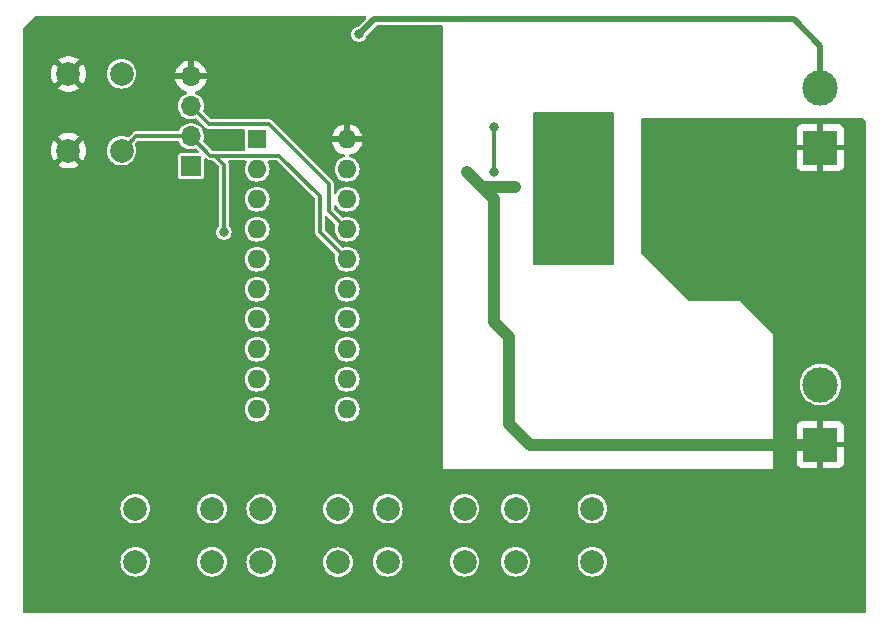
<source format=gbl>
G04 #@! TF.GenerationSoftware,KiCad,Pcbnew,7.0.7*
G04 #@! TF.CreationDate,2023-12-28T09:21:24+02:00*
G04 #@! TF.ProjectId,LED Dimmer,4c454420-4469-46d6-9d65-722e6b696361,rev?*
G04 #@! TF.SameCoordinates,Original*
G04 #@! TF.FileFunction,Copper,L2,Bot*
G04 #@! TF.FilePolarity,Positive*
%FSLAX46Y46*%
G04 Gerber Fmt 4.6, Leading zero omitted, Abs format (unit mm)*
G04 Created by KiCad (PCBNEW 7.0.7) date 2023-12-28 09:21:24*
%MOMM*%
%LPD*%
G01*
G04 APERTURE LIST*
G04 #@! TA.AperFunction,ComponentPad*
%ADD10R,3.000000X3.000000*%
G04 #@! TD*
G04 #@! TA.AperFunction,ComponentPad*
%ADD11C,3.000000*%
G04 #@! TD*
G04 #@! TA.AperFunction,ComponentPad*
%ADD12R,1.700000X1.700000*%
G04 #@! TD*
G04 #@! TA.AperFunction,ComponentPad*
%ADD13O,1.700000X1.700000*%
G04 #@! TD*
G04 #@! TA.AperFunction,ComponentPad*
%ADD14C,2.000000*%
G04 #@! TD*
G04 #@! TA.AperFunction,ComponentPad*
%ADD15R,1.600000X1.600000*%
G04 #@! TD*
G04 #@! TA.AperFunction,ComponentPad*
%ADD16O,1.600000X1.600000*%
G04 #@! TD*
G04 #@! TA.AperFunction,ViaPad*
%ADD17C,0.800000*%
G04 #@! TD*
G04 #@! TA.AperFunction,Conductor*
%ADD18C,1.000000*%
G04 #@! TD*
G04 #@! TA.AperFunction,Conductor*
%ADD19C,0.500000*%
G04 #@! TD*
G04 #@! TA.AperFunction,Conductor*
%ADD20C,0.300000*%
G04 #@! TD*
G04 APERTURE END LIST*
D10*
X237190000Y-90874000D03*
D11*
X237190000Y-85794000D03*
D12*
X183896000Y-92456000D03*
D13*
X183896000Y-89916000D03*
X183896000Y-87376000D03*
X183896000Y-84836000D03*
D14*
X189842000Y-121484000D03*
X196342000Y-121484000D03*
X189842000Y-125984000D03*
X196342000Y-125984000D03*
X211380000Y-121448000D03*
X217880000Y-121448000D03*
X211380000Y-125948000D03*
X217880000Y-125948000D03*
X173518000Y-91134000D03*
X173518000Y-84634000D03*
X178018000Y-91134000D03*
X178018000Y-84634000D03*
X200562000Y-121448000D03*
X207062000Y-121448000D03*
X200562000Y-125948000D03*
X207062000Y-125948000D03*
X179174000Y-121448000D03*
X185674000Y-121448000D03*
X179174000Y-125948000D03*
X185674000Y-125948000D03*
D15*
X189494000Y-90175000D03*
D16*
X189494000Y-92715000D03*
X189494000Y-95255000D03*
X189494000Y-97795000D03*
X189494000Y-100335000D03*
X189494000Y-102875000D03*
X189494000Y-105415000D03*
X189494000Y-107955000D03*
X189494000Y-110495000D03*
X189494000Y-113035000D03*
X197114000Y-113035000D03*
X197114000Y-110495000D03*
X197114000Y-107955000D03*
X197114000Y-105415000D03*
X197114000Y-102875000D03*
X197114000Y-100335000D03*
X197114000Y-97795000D03*
X197114000Y-95255000D03*
X197114000Y-92715000D03*
X197114000Y-90175000D03*
D10*
X237190000Y-116020000D03*
D11*
X237190000Y-110940000D03*
D17*
X196088000Y-83566000D03*
X235966000Y-119380000D03*
X240030000Y-117094000D03*
X233934000Y-101346000D03*
X227838000Y-103124000D03*
X229870000Y-94488000D03*
X231902000Y-98044000D03*
X175514000Y-112522000D03*
X237998000Y-97790000D03*
X191770000Y-83058000D03*
X240030000Y-104902000D03*
X237998000Y-101346000D03*
X240030000Y-101346000D03*
X196088000Y-82550000D03*
X227838000Y-92710000D03*
X231902000Y-90932000D03*
X199390000Y-96774000D03*
X237998000Y-94234000D03*
X193040000Y-83058000D03*
X211328000Y-94234000D03*
X237998000Y-103124000D03*
X175514000Y-116332000D03*
X227838000Y-90932000D03*
X234442000Y-114808000D03*
X237998000Y-119380000D03*
X200914000Y-90678000D03*
X231902000Y-103124000D03*
X233934000Y-94488000D03*
X240030000Y-114808000D03*
X240030000Y-103124000D03*
X231902000Y-94488000D03*
X229870000Y-98044000D03*
X231902000Y-92710000D03*
X175514000Y-104902000D03*
X237998000Y-99568000D03*
X225806000Y-96266000D03*
X234442000Y-110236000D03*
X225806000Y-92710000D03*
X234442000Y-107950000D03*
X229870000Y-103124000D03*
X237998000Y-96012000D03*
X190246000Y-83058000D03*
X227838000Y-94488000D03*
X227838000Y-101346000D03*
X229870000Y-101346000D03*
X240030000Y-97790000D03*
X233934000Y-98044000D03*
X234442000Y-112522000D03*
X231902000Y-101346000D03*
X240030000Y-94234000D03*
X194564000Y-87122000D03*
X210820000Y-106934000D03*
X235966000Y-101346000D03*
X227838000Y-98044000D03*
X225806000Y-94488000D03*
X207284000Y-92950000D03*
X233934000Y-90932000D03*
X194564000Y-83058000D03*
X225806000Y-98044000D03*
X240030000Y-119380000D03*
X234442000Y-119380000D03*
X225806000Y-90932000D03*
X229870000Y-92710000D03*
X229870000Y-90932000D03*
X240030000Y-110236000D03*
X240030000Y-96012000D03*
X175514000Y-108712000D03*
X233934000Y-92710000D03*
X240030000Y-99568000D03*
X234442000Y-117094000D03*
X198120000Y-81280000D03*
X186690000Y-98044000D03*
X209550000Y-92964000D03*
X209570000Y-89140000D03*
X215392000Y-89916000D03*
X215392000Y-88900000D03*
X216916000Y-92202000D03*
X215392000Y-92202000D03*
X216916000Y-93472000D03*
X215392000Y-94742000D03*
X216916000Y-88900000D03*
X216916000Y-94742000D03*
X218440000Y-92202000D03*
X218440000Y-93472000D03*
X216916000Y-89916000D03*
X218440000Y-94742000D03*
X215392000Y-93472000D03*
D18*
X237190000Y-116020000D02*
X237040000Y-116020000D01*
X236982000Y-116078000D02*
X212598000Y-116078000D01*
X210820000Y-106934000D02*
X209550000Y-105664000D01*
X208568000Y-94234000D02*
X211328000Y-94234000D01*
X210820000Y-114300000D02*
X210820000Y-106934000D01*
X212598000Y-116078000D02*
X210820000Y-114300000D01*
X237040000Y-116020000D02*
X236982000Y-116078000D01*
X209550000Y-95216000D02*
X207284000Y-92950000D01*
X209550000Y-105664000D02*
X209550000Y-95216000D01*
X207284000Y-92950000D02*
X208568000Y-94234000D01*
D19*
X234950000Y-80010000D02*
X237190000Y-82250000D01*
X237190000Y-82250000D02*
X237190000Y-85794000D01*
X199390000Y-80010000D02*
X234950000Y-80010000D01*
X198120000Y-81280000D02*
X199390000Y-80010000D01*
D20*
X179236000Y-89916000D02*
X178018000Y-91134000D01*
X194818000Y-94996000D02*
X194818000Y-98044000D01*
X183896000Y-89916000D02*
X185545000Y-91565000D01*
X195077000Y-98298000D02*
X197114000Y-100335000D01*
X191387000Y-91565000D02*
X194818000Y-94996000D01*
X185545000Y-91565000D02*
X185928000Y-91565000D01*
X195072000Y-98298000D02*
X195077000Y-98298000D01*
X185928000Y-91565000D02*
X191387000Y-91565000D01*
X186690000Y-92327000D02*
X185928000Y-91565000D01*
X183896000Y-89916000D02*
X179236000Y-89916000D01*
X194818000Y-98044000D02*
X195072000Y-98298000D01*
X186690000Y-98044000D02*
X186690000Y-92327000D01*
X183896000Y-87376000D02*
X185420000Y-88900000D01*
X195580000Y-96261000D02*
X197114000Y-97795000D01*
X195580000Y-93961000D02*
X195580000Y-96261000D01*
X185420000Y-88900000D02*
X190519000Y-88900000D01*
X190519000Y-88900000D02*
X195580000Y-93961000D01*
X209550000Y-89160000D02*
X209570000Y-89140000D01*
X209550000Y-92964000D02*
X209550000Y-89160000D01*
G04 #@! TA.AperFunction,Conductor*
G36*
X240807677Y-88411685D02*
G01*
X240828319Y-88428319D01*
X241009681Y-88609681D01*
X241043166Y-88671004D01*
X241045999Y-88697361D01*
X241046000Y-118110000D01*
X233172000Y-118110000D01*
X233172000Y-117567844D01*
X235190000Y-117567844D01*
X235196401Y-117627372D01*
X235196403Y-117627379D01*
X235246645Y-117762086D01*
X235246649Y-117762093D01*
X235332809Y-117877187D01*
X235332812Y-117877190D01*
X235447906Y-117963350D01*
X235447913Y-117963354D01*
X235582620Y-118013596D01*
X235582627Y-118013598D01*
X235642155Y-118019999D01*
X235642172Y-118020000D01*
X236940000Y-118020000D01*
X236940000Y-116898625D01*
X236959685Y-116831586D01*
X237012489Y-116785831D01*
X237081647Y-116775887D01*
X237092589Y-116777966D01*
X237101169Y-116780000D01*
X237101170Y-116780000D01*
X237234260Y-116780000D01*
X237234267Y-116780000D01*
X237301605Y-116772129D01*
X237370475Y-116783897D01*
X237422051Y-116831031D01*
X237440000Y-116895290D01*
X237440000Y-118020000D01*
X238737828Y-118020000D01*
X238737844Y-118019999D01*
X238797372Y-118013598D01*
X238797379Y-118013596D01*
X238932086Y-117963354D01*
X238932093Y-117963350D01*
X239047187Y-117877190D01*
X239047190Y-117877187D01*
X239133350Y-117762093D01*
X239133354Y-117762086D01*
X239183596Y-117627379D01*
X239183598Y-117627372D01*
X239189999Y-117567844D01*
X239190000Y-117567827D01*
X239190000Y-116270000D01*
X238068159Y-116270000D01*
X238001120Y-116250315D01*
X237955365Y-116197511D01*
X237944369Y-116138790D01*
X237953879Y-115975509D01*
X237953878Y-115975506D01*
X237943304Y-115915531D01*
X237951048Y-115846092D01*
X237995105Y-115791863D01*
X238061487Y-115770062D01*
X238065420Y-115770000D01*
X239190000Y-115770000D01*
X239190000Y-114472172D01*
X239189999Y-114472155D01*
X239183598Y-114412627D01*
X239183596Y-114412620D01*
X239133354Y-114277913D01*
X239133350Y-114277906D01*
X239047190Y-114162812D01*
X239047187Y-114162809D01*
X238932093Y-114076649D01*
X238932086Y-114076645D01*
X238797379Y-114026403D01*
X238797372Y-114026401D01*
X238737844Y-114020000D01*
X237440000Y-114020000D01*
X237440000Y-115141374D01*
X237420315Y-115208413D01*
X237367511Y-115254168D01*
X237298353Y-115264112D01*
X237287407Y-115262032D01*
X237278832Y-115260000D01*
X237278831Y-115260000D01*
X237145733Y-115260000D01*
X237078392Y-115267870D01*
X237009522Y-115256101D01*
X236957947Y-115208966D01*
X236939999Y-115144709D01*
X236940000Y-114020000D01*
X235642155Y-114020000D01*
X235582627Y-114026401D01*
X235582620Y-114026403D01*
X235447913Y-114076645D01*
X235447906Y-114076649D01*
X235332812Y-114162809D01*
X235332809Y-114162812D01*
X235246649Y-114277906D01*
X235246645Y-114277913D01*
X235196403Y-114412620D01*
X235196401Y-114412627D01*
X235190000Y-114472155D01*
X235190000Y-115770000D01*
X236311841Y-115770000D01*
X236378880Y-115789685D01*
X236424635Y-115842489D01*
X236435631Y-115901210D01*
X236426120Y-116064489D01*
X236426121Y-116064491D01*
X236436696Y-116124469D01*
X236428952Y-116193908D01*
X236384895Y-116248137D01*
X236318513Y-116269938D01*
X236314580Y-116270000D01*
X235190000Y-116270000D01*
X235190000Y-117567844D01*
X233172000Y-117567844D01*
X233172000Y-110940004D01*
X235434592Y-110940004D01*
X235454196Y-111201620D01*
X235454197Y-111201625D01*
X235512576Y-111457402D01*
X235512578Y-111457411D01*
X235512580Y-111457416D01*
X235608432Y-111701643D01*
X235739614Y-111928857D01*
X235871736Y-112094533D01*
X235903198Y-112133985D01*
X236084753Y-112302441D01*
X236095521Y-112312433D01*
X236312296Y-112460228D01*
X236312301Y-112460230D01*
X236312302Y-112460231D01*
X236312303Y-112460232D01*
X236437843Y-112520688D01*
X236548673Y-112574061D01*
X236548674Y-112574061D01*
X236548677Y-112574063D01*
X236799385Y-112651396D01*
X237058818Y-112690500D01*
X237321182Y-112690500D01*
X237580615Y-112651396D01*
X237831323Y-112574063D01*
X238067704Y-112460228D01*
X238284479Y-112312433D01*
X238476805Y-112133981D01*
X238640386Y-111928857D01*
X238771568Y-111701643D01*
X238867420Y-111457416D01*
X238925802Y-111201630D01*
X238945408Y-110940000D01*
X238925802Y-110678370D01*
X238867420Y-110422584D01*
X238771568Y-110178357D01*
X238640386Y-109951143D01*
X238476805Y-109746019D01*
X238476804Y-109746018D01*
X238476801Y-109746014D01*
X238284479Y-109567567D01*
X238284478Y-109567567D01*
X238067704Y-109419772D01*
X238067700Y-109419770D01*
X238067697Y-109419768D01*
X238067696Y-109419767D01*
X237831325Y-109305938D01*
X237831327Y-109305938D01*
X237580623Y-109228606D01*
X237580619Y-109228605D01*
X237580615Y-109228604D01*
X237455823Y-109209794D01*
X237321187Y-109189500D01*
X237321182Y-109189500D01*
X237058818Y-109189500D01*
X237058812Y-109189500D01*
X236897247Y-109213853D01*
X236799385Y-109228604D01*
X236799381Y-109228605D01*
X236799382Y-109228605D01*
X236799376Y-109228606D01*
X236548673Y-109305938D01*
X236312303Y-109419767D01*
X236312302Y-109419768D01*
X236095520Y-109567567D01*
X235903198Y-109746014D01*
X235739614Y-109951143D01*
X235608432Y-110178356D01*
X235512582Y-110422578D01*
X235512576Y-110422597D01*
X235454197Y-110678374D01*
X235454196Y-110678379D01*
X235434592Y-110939995D01*
X235434592Y-110940004D01*
X233172000Y-110940004D01*
X233172000Y-106680000D01*
X230378000Y-103886000D01*
X226111362Y-103886000D01*
X226044323Y-103866315D01*
X226023681Y-103849681D01*
X222032319Y-99858319D01*
X221998834Y-99796996D01*
X221996000Y-99770638D01*
X221996000Y-92421844D01*
X235190000Y-92421844D01*
X235196401Y-92481372D01*
X235196403Y-92481379D01*
X235246645Y-92616086D01*
X235246649Y-92616093D01*
X235332809Y-92731187D01*
X235332812Y-92731190D01*
X235447906Y-92817350D01*
X235447913Y-92817354D01*
X235582620Y-92867596D01*
X235582627Y-92867598D01*
X235642155Y-92873999D01*
X235642172Y-92874000D01*
X236940000Y-92874000D01*
X236940000Y-91752625D01*
X236959685Y-91685586D01*
X237012489Y-91639831D01*
X237081647Y-91629887D01*
X237092589Y-91631966D01*
X237101169Y-91634000D01*
X237101170Y-91634000D01*
X237234260Y-91634000D01*
X237234267Y-91634000D01*
X237301605Y-91626129D01*
X237370475Y-91637897D01*
X237422051Y-91685031D01*
X237440000Y-91749290D01*
X237440000Y-92874000D01*
X238737828Y-92874000D01*
X238737844Y-92873999D01*
X238797372Y-92867598D01*
X238797379Y-92867596D01*
X238932086Y-92817354D01*
X238932093Y-92817350D01*
X239047187Y-92731190D01*
X239047190Y-92731187D01*
X239133350Y-92616093D01*
X239133354Y-92616086D01*
X239183596Y-92481379D01*
X239183598Y-92481372D01*
X239189999Y-92421844D01*
X239190000Y-92421827D01*
X239190000Y-91124000D01*
X238068159Y-91124000D01*
X238001120Y-91104315D01*
X237955365Y-91051511D01*
X237944369Y-90992790D01*
X237953879Y-90829509D01*
X237953878Y-90829506D01*
X237943304Y-90769531D01*
X237951048Y-90700092D01*
X237995105Y-90645863D01*
X238061487Y-90624062D01*
X238065420Y-90624000D01*
X239190000Y-90624000D01*
X239190000Y-89326172D01*
X239189999Y-89326155D01*
X239183598Y-89266627D01*
X239183596Y-89266620D01*
X239133354Y-89131913D01*
X239133350Y-89131906D01*
X239047190Y-89016812D01*
X239047187Y-89016809D01*
X238932093Y-88930649D01*
X238932086Y-88930645D01*
X238797379Y-88880403D01*
X238797372Y-88880401D01*
X238737844Y-88874000D01*
X237440000Y-88874000D01*
X237440000Y-89995374D01*
X237420315Y-90062413D01*
X237367511Y-90108168D01*
X237298353Y-90118112D01*
X237287407Y-90116032D01*
X237278832Y-90114000D01*
X237278831Y-90114000D01*
X237145733Y-90114000D01*
X237078392Y-90121870D01*
X237009522Y-90110101D01*
X236957947Y-90062966D01*
X236939999Y-89998709D01*
X236940000Y-88874000D01*
X235642155Y-88874000D01*
X235582627Y-88880401D01*
X235582620Y-88880403D01*
X235447913Y-88930645D01*
X235447906Y-88930649D01*
X235332812Y-89016809D01*
X235332809Y-89016812D01*
X235246649Y-89131906D01*
X235246645Y-89131913D01*
X235196403Y-89266620D01*
X235196401Y-89266627D01*
X235190000Y-89326155D01*
X235190000Y-90624000D01*
X236311841Y-90624000D01*
X236378880Y-90643685D01*
X236424635Y-90696489D01*
X236435631Y-90755210D01*
X236426120Y-90918489D01*
X236426121Y-90918491D01*
X236436696Y-90978469D01*
X236428952Y-91047908D01*
X236384895Y-91102137D01*
X236318513Y-91123938D01*
X236314580Y-91124000D01*
X235190000Y-91124000D01*
X235190000Y-92421844D01*
X221996000Y-92421844D01*
X221996000Y-88516000D01*
X222015685Y-88448961D01*
X222068489Y-88403206D01*
X222120000Y-88392000D01*
X240740638Y-88392000D01*
X240807677Y-88411685D01*
G37*
G04 #@! TD.AperFunction*
G04 #@! TA.AperFunction,Conductor*
G36*
X198703862Y-79775685D02*
G01*
X198749617Y-79828489D01*
X198759561Y-79897647D01*
X198730536Y-79961203D01*
X198724504Y-79967681D01*
X198094218Y-80597967D01*
X198036212Y-80630683D01*
X197887633Y-80667304D01*
X197747762Y-80740715D01*
X197629516Y-80845471D01*
X197539781Y-80975475D01*
X197539780Y-80975476D01*
X197483762Y-81123181D01*
X197464722Y-81279999D01*
X197464722Y-81280000D01*
X197483762Y-81436818D01*
X197539780Y-81584522D01*
X197539780Y-81584523D01*
X197629517Y-81714530D01*
X197747760Y-81819283D01*
X197747762Y-81819284D01*
X197887634Y-81892696D01*
X198041014Y-81930500D01*
X198041015Y-81930500D01*
X198198985Y-81930500D01*
X198352365Y-81892696D01*
X198399691Y-81867857D01*
X198492240Y-81819283D01*
X198610483Y-81714530D01*
X198700220Y-81584523D01*
X198756237Y-81436818D01*
X198762859Y-81382273D01*
X198790480Y-81318096D01*
X198798263Y-81309549D01*
X199560994Y-80546819D01*
X199622318Y-80513334D01*
X199648676Y-80510500D01*
X205108000Y-80510500D01*
X205175039Y-80530185D01*
X205220794Y-80582989D01*
X205232000Y-80634500D01*
X205232000Y-118110000D01*
X211582000Y-118110000D01*
X241046000Y-118110000D01*
X241046000Y-130178000D01*
X241026315Y-130245039D01*
X240973511Y-130290794D01*
X240922000Y-130302000D01*
X224790000Y-130302000D01*
X169796000Y-130302000D01*
X169728961Y-130282315D01*
X169683206Y-130229511D01*
X169672000Y-130178000D01*
X169672000Y-125948002D01*
X177918723Y-125948002D01*
X177937793Y-126165975D01*
X177937793Y-126165979D01*
X177994422Y-126377322D01*
X177994424Y-126377326D01*
X177994425Y-126377330D01*
X178011212Y-126413330D01*
X178086897Y-126575638D01*
X178086898Y-126575639D01*
X178212402Y-126754877D01*
X178367123Y-126909598D01*
X178546361Y-127035102D01*
X178744670Y-127127575D01*
X178956023Y-127184207D01*
X179138926Y-127200208D01*
X179173998Y-127203277D01*
X179174000Y-127203277D01*
X179174002Y-127203277D01*
X179202254Y-127200805D01*
X179391977Y-127184207D01*
X179603330Y-127127575D01*
X179801639Y-127035102D01*
X179980877Y-126909598D01*
X180135598Y-126754877D01*
X180261102Y-126575639D01*
X180353575Y-126377330D01*
X180410207Y-126165977D01*
X180429277Y-125948002D01*
X184418723Y-125948002D01*
X184437793Y-126165975D01*
X184437793Y-126165979D01*
X184494422Y-126377322D01*
X184494424Y-126377326D01*
X184494425Y-126377330D01*
X184511212Y-126413330D01*
X184586897Y-126575638D01*
X184586898Y-126575639D01*
X184712402Y-126754877D01*
X184867123Y-126909598D01*
X185046361Y-127035102D01*
X185244670Y-127127575D01*
X185456023Y-127184207D01*
X185638926Y-127200208D01*
X185673998Y-127203277D01*
X185674000Y-127203277D01*
X185674002Y-127203277D01*
X185702254Y-127200805D01*
X185891977Y-127184207D01*
X186103330Y-127127575D01*
X186301639Y-127035102D01*
X186480877Y-126909598D01*
X186635598Y-126754877D01*
X186761102Y-126575639D01*
X186853575Y-126377330D01*
X186910207Y-126165977D01*
X186926127Y-125984000D01*
X188586723Y-125984000D01*
X188602643Y-126165977D01*
X188605793Y-126201975D01*
X188605793Y-126201979D01*
X188662422Y-126413322D01*
X188662424Y-126413326D01*
X188662425Y-126413330D01*
X188708661Y-126512484D01*
X188754897Y-126611638D01*
X188754898Y-126611639D01*
X188880402Y-126790877D01*
X189035123Y-126945598D01*
X189214361Y-127071102D01*
X189412670Y-127163575D01*
X189624023Y-127220207D01*
X189806926Y-127236208D01*
X189841998Y-127239277D01*
X189842000Y-127239277D01*
X189842002Y-127239277D01*
X189870254Y-127236805D01*
X190059977Y-127220207D01*
X190271330Y-127163575D01*
X190469639Y-127071102D01*
X190648877Y-126945598D01*
X190803598Y-126790877D01*
X190929102Y-126611639D01*
X191021575Y-126413330D01*
X191078207Y-126201977D01*
X191097277Y-125984000D01*
X195086723Y-125984000D01*
X195102643Y-126165977D01*
X195105793Y-126201975D01*
X195105793Y-126201979D01*
X195162422Y-126413322D01*
X195162424Y-126413326D01*
X195162425Y-126413330D01*
X195208661Y-126512484D01*
X195254897Y-126611638D01*
X195254898Y-126611639D01*
X195380402Y-126790877D01*
X195535123Y-126945598D01*
X195714361Y-127071102D01*
X195912670Y-127163575D01*
X196124023Y-127220207D01*
X196306926Y-127236208D01*
X196341998Y-127239277D01*
X196342000Y-127239277D01*
X196342002Y-127239277D01*
X196370254Y-127236805D01*
X196559977Y-127220207D01*
X196771330Y-127163575D01*
X196969639Y-127071102D01*
X197148877Y-126945598D01*
X197303598Y-126790877D01*
X197429102Y-126611639D01*
X197521575Y-126413330D01*
X197578207Y-126201977D01*
X197597277Y-125984000D01*
X197594127Y-125948002D01*
X199306723Y-125948002D01*
X199325793Y-126165975D01*
X199325793Y-126165979D01*
X199382422Y-126377322D01*
X199382424Y-126377326D01*
X199382425Y-126377330D01*
X199399212Y-126413330D01*
X199474897Y-126575638D01*
X199474898Y-126575639D01*
X199600402Y-126754877D01*
X199755123Y-126909598D01*
X199934361Y-127035102D01*
X200132670Y-127127575D01*
X200344023Y-127184207D01*
X200526926Y-127200208D01*
X200561998Y-127203277D01*
X200562000Y-127203277D01*
X200562002Y-127203277D01*
X200590254Y-127200805D01*
X200779977Y-127184207D01*
X200991330Y-127127575D01*
X201189639Y-127035102D01*
X201368877Y-126909598D01*
X201523598Y-126754877D01*
X201649102Y-126575639D01*
X201741575Y-126377330D01*
X201798207Y-126165977D01*
X201817277Y-125948002D01*
X205806723Y-125948002D01*
X205825793Y-126165975D01*
X205825793Y-126165979D01*
X205882422Y-126377322D01*
X205882424Y-126377326D01*
X205882425Y-126377330D01*
X205899212Y-126413330D01*
X205974897Y-126575638D01*
X205974898Y-126575639D01*
X206100402Y-126754877D01*
X206255123Y-126909598D01*
X206434361Y-127035102D01*
X206632670Y-127127575D01*
X206844023Y-127184207D01*
X207026926Y-127200208D01*
X207061998Y-127203277D01*
X207062000Y-127203277D01*
X207062002Y-127203277D01*
X207090254Y-127200805D01*
X207279977Y-127184207D01*
X207491330Y-127127575D01*
X207689639Y-127035102D01*
X207868877Y-126909598D01*
X208023598Y-126754877D01*
X208149102Y-126575639D01*
X208241575Y-126377330D01*
X208298207Y-126165977D01*
X208317277Y-125948002D01*
X210124723Y-125948002D01*
X210143793Y-126165975D01*
X210143793Y-126165979D01*
X210200422Y-126377322D01*
X210200424Y-126377326D01*
X210200425Y-126377330D01*
X210217212Y-126413330D01*
X210292897Y-126575638D01*
X210292898Y-126575639D01*
X210418402Y-126754877D01*
X210573123Y-126909598D01*
X210752361Y-127035102D01*
X210950670Y-127127575D01*
X211162023Y-127184207D01*
X211344926Y-127200208D01*
X211379998Y-127203277D01*
X211380000Y-127203277D01*
X211380002Y-127203277D01*
X211408254Y-127200805D01*
X211597977Y-127184207D01*
X211809330Y-127127575D01*
X212007639Y-127035102D01*
X212186877Y-126909598D01*
X212341598Y-126754877D01*
X212467102Y-126575639D01*
X212559575Y-126377330D01*
X212616207Y-126165977D01*
X212635277Y-125948002D01*
X216624723Y-125948002D01*
X216643793Y-126165975D01*
X216643793Y-126165979D01*
X216700422Y-126377322D01*
X216700424Y-126377326D01*
X216700425Y-126377330D01*
X216717212Y-126413330D01*
X216792897Y-126575638D01*
X216792898Y-126575639D01*
X216918402Y-126754877D01*
X217073123Y-126909598D01*
X217252361Y-127035102D01*
X217450670Y-127127575D01*
X217662023Y-127184207D01*
X217844926Y-127200208D01*
X217879998Y-127203277D01*
X217880000Y-127203277D01*
X217880002Y-127203277D01*
X217908254Y-127200805D01*
X218097977Y-127184207D01*
X218309330Y-127127575D01*
X218507639Y-127035102D01*
X218686877Y-126909598D01*
X218841598Y-126754877D01*
X218967102Y-126575639D01*
X219059575Y-126377330D01*
X219116207Y-126165977D01*
X219135277Y-125948000D01*
X219116207Y-125730023D01*
X219059575Y-125518670D01*
X218967102Y-125320362D01*
X218967100Y-125320359D01*
X218967099Y-125320357D01*
X218841599Y-125141124D01*
X218841596Y-125141121D01*
X218686877Y-124986402D01*
X218507639Y-124860898D01*
X218507640Y-124860898D01*
X218507638Y-124860897D01*
X218386526Y-124804422D01*
X218309330Y-124768425D01*
X218309326Y-124768424D01*
X218309322Y-124768422D01*
X218097977Y-124711793D01*
X217880002Y-124692723D01*
X217879998Y-124692723D01*
X217734681Y-124705436D01*
X217662023Y-124711793D01*
X217662020Y-124711793D01*
X217450677Y-124768422D01*
X217450668Y-124768426D01*
X217252361Y-124860898D01*
X217252357Y-124860900D01*
X217073121Y-124986402D01*
X216918402Y-125141121D01*
X216792900Y-125320357D01*
X216792898Y-125320361D01*
X216700426Y-125518668D01*
X216700422Y-125518677D01*
X216643793Y-125730020D01*
X216643793Y-125730023D01*
X216640643Y-125766024D01*
X216624723Y-125947997D01*
X216624723Y-125948002D01*
X212635277Y-125948002D01*
X212635277Y-125948000D01*
X212616207Y-125730023D01*
X212559575Y-125518670D01*
X212467102Y-125320362D01*
X212467100Y-125320359D01*
X212467099Y-125320357D01*
X212341599Y-125141124D01*
X212341596Y-125141121D01*
X212186877Y-124986402D01*
X212007639Y-124860898D01*
X212007640Y-124860898D01*
X212007638Y-124860897D01*
X211886526Y-124804422D01*
X211809330Y-124768425D01*
X211809326Y-124768424D01*
X211809322Y-124768422D01*
X211597977Y-124711793D01*
X211380002Y-124692723D01*
X211379998Y-124692723D01*
X211234681Y-124705436D01*
X211162023Y-124711793D01*
X211162020Y-124711793D01*
X210950677Y-124768422D01*
X210950668Y-124768426D01*
X210752361Y-124860898D01*
X210752357Y-124860900D01*
X210573121Y-124986402D01*
X210418402Y-125141121D01*
X210292900Y-125320357D01*
X210292898Y-125320361D01*
X210200426Y-125518668D01*
X210200422Y-125518677D01*
X210143793Y-125730020D01*
X210143793Y-125730023D01*
X210140643Y-125766024D01*
X210124723Y-125947997D01*
X210124723Y-125948002D01*
X208317277Y-125948002D01*
X208317277Y-125948000D01*
X208298207Y-125730023D01*
X208241575Y-125518670D01*
X208149102Y-125320362D01*
X208149100Y-125320359D01*
X208149099Y-125320357D01*
X208023599Y-125141124D01*
X208023596Y-125141121D01*
X207868877Y-124986402D01*
X207689639Y-124860898D01*
X207689640Y-124860898D01*
X207689638Y-124860897D01*
X207568526Y-124804422D01*
X207491330Y-124768425D01*
X207491326Y-124768424D01*
X207491322Y-124768422D01*
X207279977Y-124711793D01*
X207062002Y-124692723D01*
X207061998Y-124692723D01*
X206916681Y-124705436D01*
X206844023Y-124711793D01*
X206844020Y-124711793D01*
X206632677Y-124768422D01*
X206632668Y-124768426D01*
X206434361Y-124860898D01*
X206434357Y-124860900D01*
X206255121Y-124986402D01*
X206100402Y-125141121D01*
X205974900Y-125320357D01*
X205974898Y-125320361D01*
X205882426Y-125518668D01*
X205882422Y-125518677D01*
X205825793Y-125730020D01*
X205825793Y-125730023D01*
X205822643Y-125766024D01*
X205806723Y-125947997D01*
X205806723Y-125948002D01*
X201817277Y-125948002D01*
X201817277Y-125948000D01*
X201798207Y-125730023D01*
X201741575Y-125518670D01*
X201649102Y-125320362D01*
X201649100Y-125320359D01*
X201649099Y-125320357D01*
X201523599Y-125141124D01*
X201523596Y-125141121D01*
X201368877Y-124986402D01*
X201189639Y-124860898D01*
X201189640Y-124860898D01*
X201189638Y-124860897D01*
X201068526Y-124804422D01*
X200991330Y-124768425D01*
X200991326Y-124768424D01*
X200991322Y-124768422D01*
X200779977Y-124711793D01*
X200562002Y-124692723D01*
X200561998Y-124692723D01*
X200416681Y-124705436D01*
X200344023Y-124711793D01*
X200344020Y-124711793D01*
X200132677Y-124768422D01*
X200132668Y-124768426D01*
X199934361Y-124860898D01*
X199934357Y-124860900D01*
X199755121Y-124986402D01*
X199600402Y-125141121D01*
X199474900Y-125320357D01*
X199474898Y-125320361D01*
X199382426Y-125518668D01*
X199382422Y-125518677D01*
X199325793Y-125730020D01*
X199325793Y-125730023D01*
X199322643Y-125766024D01*
X199306723Y-125947997D01*
X199306723Y-125948002D01*
X197594127Y-125948002D01*
X197594127Y-125948000D01*
X197593569Y-125941618D01*
X197578207Y-125766023D01*
X197521575Y-125554670D01*
X197429102Y-125356362D01*
X197429100Y-125356359D01*
X197429099Y-125356357D01*
X197303599Y-125177124D01*
X197267596Y-125141121D01*
X197148877Y-125022402D01*
X196969639Y-124896898D01*
X196969640Y-124896898D01*
X196969638Y-124896897D01*
X196870484Y-124850661D01*
X196771330Y-124804425D01*
X196771326Y-124804424D01*
X196771322Y-124804422D01*
X196559977Y-124747793D01*
X196342002Y-124728723D01*
X196341998Y-124728723D01*
X196196681Y-124741436D01*
X196124023Y-124747793D01*
X196124020Y-124747793D01*
X195912677Y-124804422D01*
X195912668Y-124804426D01*
X195714361Y-124896898D01*
X195714357Y-124896900D01*
X195535121Y-125022402D01*
X195380402Y-125177121D01*
X195254900Y-125356357D01*
X195254898Y-125356361D01*
X195162426Y-125554668D01*
X195162422Y-125554677D01*
X195105793Y-125766020D01*
X195105793Y-125766024D01*
X195089873Y-125948000D01*
X195086723Y-125984000D01*
X191097277Y-125984000D01*
X191094127Y-125948000D01*
X191093569Y-125941618D01*
X191078207Y-125766023D01*
X191021575Y-125554670D01*
X190929102Y-125356362D01*
X190929100Y-125356359D01*
X190929099Y-125356357D01*
X190803599Y-125177124D01*
X190767596Y-125141121D01*
X190648877Y-125022402D01*
X190469639Y-124896898D01*
X190469640Y-124896898D01*
X190469638Y-124896897D01*
X190370484Y-124850661D01*
X190271330Y-124804425D01*
X190271326Y-124804424D01*
X190271322Y-124804422D01*
X190059977Y-124747793D01*
X189842002Y-124728723D01*
X189841998Y-124728723D01*
X189696682Y-124741436D01*
X189624023Y-124747793D01*
X189624020Y-124747793D01*
X189412677Y-124804422D01*
X189412668Y-124804426D01*
X189214361Y-124896898D01*
X189214357Y-124896900D01*
X189035121Y-125022402D01*
X188880402Y-125177121D01*
X188754900Y-125356357D01*
X188754898Y-125356361D01*
X188662426Y-125554668D01*
X188662422Y-125554677D01*
X188605793Y-125766020D01*
X188605793Y-125766024D01*
X188589873Y-125948000D01*
X188586723Y-125984000D01*
X186926127Y-125984000D01*
X186929277Y-125948000D01*
X186910207Y-125730023D01*
X186853575Y-125518670D01*
X186761102Y-125320362D01*
X186761100Y-125320359D01*
X186761099Y-125320357D01*
X186635599Y-125141124D01*
X186635596Y-125141121D01*
X186480877Y-124986402D01*
X186301639Y-124860898D01*
X186301640Y-124860898D01*
X186301638Y-124860897D01*
X186180526Y-124804422D01*
X186103330Y-124768425D01*
X186103326Y-124768424D01*
X186103322Y-124768422D01*
X185891977Y-124711793D01*
X185674002Y-124692723D01*
X185673998Y-124692723D01*
X185528682Y-124705436D01*
X185456023Y-124711793D01*
X185456020Y-124711793D01*
X185244677Y-124768422D01*
X185244668Y-124768426D01*
X185046361Y-124860898D01*
X185046357Y-124860900D01*
X184867121Y-124986402D01*
X184712402Y-125141121D01*
X184586900Y-125320357D01*
X184586898Y-125320361D01*
X184494426Y-125518668D01*
X184494422Y-125518677D01*
X184437793Y-125730020D01*
X184437793Y-125730023D01*
X184434643Y-125766024D01*
X184418723Y-125947997D01*
X184418723Y-125948002D01*
X180429277Y-125948002D01*
X180429277Y-125948000D01*
X180410207Y-125730023D01*
X180353575Y-125518670D01*
X180261102Y-125320362D01*
X180261100Y-125320359D01*
X180261099Y-125320357D01*
X180135599Y-125141124D01*
X180135596Y-125141121D01*
X179980877Y-124986402D01*
X179801639Y-124860898D01*
X179801640Y-124860898D01*
X179801638Y-124860897D01*
X179680526Y-124804422D01*
X179603330Y-124768425D01*
X179603326Y-124768424D01*
X179603322Y-124768422D01*
X179391977Y-124711793D01*
X179174002Y-124692723D01*
X179173998Y-124692723D01*
X179028682Y-124705436D01*
X178956023Y-124711793D01*
X178956020Y-124711793D01*
X178744677Y-124768422D01*
X178744668Y-124768426D01*
X178546361Y-124860898D01*
X178546357Y-124860900D01*
X178367121Y-124986402D01*
X178212402Y-125141121D01*
X178086900Y-125320357D01*
X178086898Y-125320361D01*
X177994426Y-125518668D01*
X177994422Y-125518677D01*
X177937793Y-125730020D01*
X177937793Y-125730023D01*
X177934643Y-125766024D01*
X177918723Y-125947997D01*
X177918723Y-125948002D01*
X169672000Y-125948002D01*
X169672000Y-121448002D01*
X177918723Y-121448002D01*
X177937793Y-121665975D01*
X177937793Y-121665979D01*
X177994422Y-121877322D01*
X177994424Y-121877326D01*
X177994425Y-121877330D01*
X178011212Y-121913330D01*
X178086897Y-122075638D01*
X178086898Y-122075639D01*
X178212402Y-122254877D01*
X178367123Y-122409598D01*
X178546361Y-122535102D01*
X178744670Y-122627575D01*
X178956023Y-122684207D01*
X179138926Y-122700208D01*
X179173998Y-122703277D01*
X179174000Y-122703277D01*
X179174002Y-122703277D01*
X179202254Y-122700805D01*
X179391977Y-122684207D01*
X179603330Y-122627575D01*
X179801639Y-122535102D01*
X179980877Y-122409598D01*
X180135598Y-122254877D01*
X180261102Y-122075639D01*
X180353575Y-121877330D01*
X180410207Y-121665977D01*
X180429277Y-121448002D01*
X184418723Y-121448002D01*
X184437793Y-121665975D01*
X184437793Y-121665979D01*
X184494422Y-121877322D01*
X184494424Y-121877326D01*
X184494425Y-121877330D01*
X184511212Y-121913330D01*
X184586897Y-122075638D01*
X184586898Y-122075639D01*
X184712402Y-122254877D01*
X184867123Y-122409598D01*
X185046361Y-122535102D01*
X185244670Y-122627575D01*
X185456023Y-122684207D01*
X185638926Y-122700208D01*
X185673998Y-122703277D01*
X185674000Y-122703277D01*
X185674002Y-122703277D01*
X185702254Y-122700805D01*
X185891977Y-122684207D01*
X186103330Y-122627575D01*
X186301639Y-122535102D01*
X186480877Y-122409598D01*
X186635598Y-122254877D01*
X186761102Y-122075639D01*
X186853575Y-121877330D01*
X186910207Y-121665977D01*
X186926127Y-121484000D01*
X188586723Y-121484000D01*
X188602643Y-121665977D01*
X188605793Y-121701975D01*
X188605793Y-121701979D01*
X188662422Y-121913322D01*
X188662424Y-121913326D01*
X188662425Y-121913330D01*
X188708661Y-122012484D01*
X188754897Y-122111638D01*
X188754898Y-122111639D01*
X188880402Y-122290877D01*
X189035123Y-122445598D01*
X189214361Y-122571102D01*
X189412670Y-122663575D01*
X189624023Y-122720207D01*
X189806926Y-122736208D01*
X189841998Y-122739277D01*
X189842000Y-122739277D01*
X189842002Y-122739277D01*
X189870254Y-122736805D01*
X190059977Y-122720207D01*
X190271330Y-122663575D01*
X190469639Y-122571102D01*
X190648877Y-122445598D01*
X190803598Y-122290877D01*
X190929102Y-122111639D01*
X191021575Y-121913330D01*
X191078207Y-121701977D01*
X191097277Y-121484000D01*
X195086723Y-121484000D01*
X195102643Y-121665977D01*
X195105793Y-121701975D01*
X195105793Y-121701979D01*
X195162422Y-121913322D01*
X195162424Y-121913326D01*
X195162425Y-121913330D01*
X195208661Y-122012484D01*
X195254897Y-122111638D01*
X195254898Y-122111639D01*
X195380402Y-122290877D01*
X195535123Y-122445598D01*
X195714361Y-122571102D01*
X195912670Y-122663575D01*
X196124023Y-122720207D01*
X196306926Y-122736208D01*
X196341998Y-122739277D01*
X196342000Y-122739277D01*
X196342002Y-122739277D01*
X196370254Y-122736805D01*
X196559977Y-122720207D01*
X196771330Y-122663575D01*
X196969639Y-122571102D01*
X197148877Y-122445598D01*
X197303598Y-122290877D01*
X197429102Y-122111639D01*
X197521575Y-121913330D01*
X197578207Y-121701977D01*
X197597277Y-121484000D01*
X197594127Y-121448002D01*
X199306723Y-121448002D01*
X199325793Y-121665975D01*
X199325793Y-121665979D01*
X199382422Y-121877322D01*
X199382424Y-121877326D01*
X199382425Y-121877330D01*
X199399212Y-121913330D01*
X199474897Y-122075638D01*
X199474898Y-122075639D01*
X199600402Y-122254877D01*
X199755123Y-122409598D01*
X199934361Y-122535102D01*
X200132670Y-122627575D01*
X200344023Y-122684207D01*
X200526926Y-122700208D01*
X200561998Y-122703277D01*
X200562000Y-122703277D01*
X200562002Y-122703277D01*
X200590254Y-122700805D01*
X200779977Y-122684207D01*
X200991330Y-122627575D01*
X201189639Y-122535102D01*
X201368877Y-122409598D01*
X201523598Y-122254877D01*
X201649102Y-122075639D01*
X201741575Y-121877330D01*
X201798207Y-121665977D01*
X201817277Y-121448002D01*
X205806723Y-121448002D01*
X205825793Y-121665975D01*
X205825793Y-121665979D01*
X205882422Y-121877322D01*
X205882424Y-121877326D01*
X205882425Y-121877330D01*
X205899212Y-121913330D01*
X205974897Y-122075638D01*
X205974898Y-122075639D01*
X206100402Y-122254877D01*
X206255123Y-122409598D01*
X206434361Y-122535102D01*
X206632670Y-122627575D01*
X206844023Y-122684207D01*
X207026926Y-122700208D01*
X207061998Y-122703277D01*
X207062000Y-122703277D01*
X207062002Y-122703277D01*
X207090254Y-122700805D01*
X207279977Y-122684207D01*
X207491330Y-122627575D01*
X207689639Y-122535102D01*
X207868877Y-122409598D01*
X208023598Y-122254877D01*
X208149102Y-122075639D01*
X208241575Y-121877330D01*
X208298207Y-121665977D01*
X208317277Y-121448002D01*
X210124723Y-121448002D01*
X210143793Y-121665975D01*
X210143793Y-121665979D01*
X210200422Y-121877322D01*
X210200424Y-121877326D01*
X210200425Y-121877330D01*
X210217212Y-121913330D01*
X210292897Y-122075638D01*
X210292898Y-122075639D01*
X210418402Y-122254877D01*
X210573123Y-122409598D01*
X210752361Y-122535102D01*
X210950670Y-122627575D01*
X211162023Y-122684207D01*
X211344926Y-122700208D01*
X211379998Y-122703277D01*
X211380000Y-122703277D01*
X211380002Y-122703277D01*
X211408254Y-122700805D01*
X211597977Y-122684207D01*
X211809330Y-122627575D01*
X212007639Y-122535102D01*
X212186877Y-122409598D01*
X212341598Y-122254877D01*
X212467102Y-122075639D01*
X212559575Y-121877330D01*
X212616207Y-121665977D01*
X212635277Y-121448002D01*
X216624723Y-121448002D01*
X216643793Y-121665975D01*
X216643793Y-121665979D01*
X216700422Y-121877322D01*
X216700424Y-121877326D01*
X216700425Y-121877330D01*
X216717212Y-121913330D01*
X216792897Y-122075638D01*
X216792898Y-122075639D01*
X216918402Y-122254877D01*
X217073123Y-122409598D01*
X217252361Y-122535102D01*
X217450670Y-122627575D01*
X217662023Y-122684207D01*
X217844926Y-122700208D01*
X217879998Y-122703277D01*
X217880000Y-122703277D01*
X217880002Y-122703277D01*
X217908254Y-122700805D01*
X218097977Y-122684207D01*
X218309330Y-122627575D01*
X218507639Y-122535102D01*
X218686877Y-122409598D01*
X218841598Y-122254877D01*
X218967102Y-122075639D01*
X219059575Y-121877330D01*
X219116207Y-121665977D01*
X219135277Y-121448000D01*
X219116207Y-121230023D01*
X219059575Y-121018670D01*
X218967102Y-120820362D01*
X218967100Y-120820359D01*
X218967099Y-120820357D01*
X218841599Y-120641124D01*
X218841596Y-120641121D01*
X218686877Y-120486402D01*
X218507639Y-120360898D01*
X218507640Y-120360898D01*
X218507638Y-120360897D01*
X218386526Y-120304422D01*
X218309330Y-120268425D01*
X218309326Y-120268424D01*
X218309322Y-120268422D01*
X218097977Y-120211793D01*
X217880002Y-120192723D01*
X217879998Y-120192723D01*
X217734681Y-120205436D01*
X217662023Y-120211793D01*
X217662020Y-120211793D01*
X217450677Y-120268422D01*
X217450668Y-120268426D01*
X217252361Y-120360898D01*
X217252357Y-120360900D01*
X217073121Y-120486402D01*
X216918402Y-120641121D01*
X216792900Y-120820357D01*
X216792898Y-120820361D01*
X216700426Y-121018668D01*
X216700422Y-121018677D01*
X216643793Y-121230020D01*
X216643793Y-121230023D01*
X216640643Y-121266024D01*
X216624723Y-121447997D01*
X216624723Y-121448002D01*
X212635277Y-121448002D01*
X212635277Y-121448000D01*
X212616207Y-121230023D01*
X212559575Y-121018670D01*
X212467102Y-120820362D01*
X212467100Y-120820359D01*
X212467099Y-120820357D01*
X212341599Y-120641124D01*
X212341596Y-120641121D01*
X212186877Y-120486402D01*
X212007639Y-120360898D01*
X212007640Y-120360898D01*
X212007638Y-120360897D01*
X211886526Y-120304422D01*
X211809330Y-120268425D01*
X211809326Y-120268424D01*
X211809322Y-120268422D01*
X211597977Y-120211793D01*
X211380002Y-120192723D01*
X211379998Y-120192723D01*
X211234682Y-120205436D01*
X211162023Y-120211793D01*
X211162020Y-120211793D01*
X210950677Y-120268422D01*
X210950668Y-120268426D01*
X210752361Y-120360898D01*
X210752357Y-120360900D01*
X210573121Y-120486402D01*
X210418402Y-120641121D01*
X210292900Y-120820357D01*
X210292898Y-120820361D01*
X210200426Y-121018668D01*
X210200422Y-121018677D01*
X210143793Y-121230020D01*
X210143793Y-121230023D01*
X210140643Y-121266024D01*
X210124723Y-121447997D01*
X210124723Y-121448002D01*
X208317277Y-121448002D01*
X208317277Y-121448000D01*
X208298207Y-121230023D01*
X208241575Y-121018670D01*
X208149102Y-120820362D01*
X208149100Y-120820359D01*
X208149099Y-120820357D01*
X208023599Y-120641124D01*
X208023596Y-120641121D01*
X207868877Y-120486402D01*
X207689639Y-120360898D01*
X207689640Y-120360898D01*
X207689638Y-120360897D01*
X207568526Y-120304422D01*
X207491330Y-120268425D01*
X207491326Y-120268424D01*
X207491322Y-120268422D01*
X207279977Y-120211793D01*
X207062002Y-120192723D01*
X207061998Y-120192723D01*
X206916682Y-120205436D01*
X206844023Y-120211793D01*
X206844020Y-120211793D01*
X206632677Y-120268422D01*
X206632668Y-120268426D01*
X206434361Y-120360898D01*
X206434357Y-120360900D01*
X206255121Y-120486402D01*
X206100402Y-120641121D01*
X205974900Y-120820357D01*
X205974898Y-120820361D01*
X205882426Y-121018668D01*
X205882422Y-121018677D01*
X205825793Y-121230020D01*
X205825793Y-121230023D01*
X205822643Y-121266024D01*
X205806723Y-121447997D01*
X205806723Y-121448002D01*
X201817277Y-121448002D01*
X201817277Y-121448000D01*
X201798207Y-121230023D01*
X201741575Y-121018670D01*
X201649102Y-120820362D01*
X201649100Y-120820359D01*
X201649099Y-120820357D01*
X201523599Y-120641124D01*
X201523596Y-120641121D01*
X201368877Y-120486402D01*
X201189639Y-120360898D01*
X201189640Y-120360898D01*
X201189638Y-120360897D01*
X201068526Y-120304422D01*
X200991330Y-120268425D01*
X200991326Y-120268424D01*
X200991322Y-120268422D01*
X200779977Y-120211793D01*
X200562002Y-120192723D01*
X200561998Y-120192723D01*
X200416682Y-120205436D01*
X200344023Y-120211793D01*
X200344020Y-120211793D01*
X200132677Y-120268422D01*
X200132668Y-120268426D01*
X199934361Y-120360898D01*
X199934357Y-120360900D01*
X199755121Y-120486402D01*
X199600402Y-120641121D01*
X199474900Y-120820357D01*
X199474898Y-120820361D01*
X199382426Y-121018668D01*
X199382422Y-121018677D01*
X199325793Y-121230020D01*
X199325793Y-121230023D01*
X199322643Y-121266024D01*
X199306723Y-121447997D01*
X199306723Y-121448002D01*
X197594127Y-121448002D01*
X197594127Y-121448000D01*
X197593569Y-121441618D01*
X197578207Y-121266023D01*
X197521575Y-121054670D01*
X197429102Y-120856362D01*
X197429100Y-120856359D01*
X197429099Y-120856357D01*
X197303599Y-120677124D01*
X197267596Y-120641121D01*
X197148877Y-120522402D01*
X196969639Y-120396898D01*
X196969640Y-120396898D01*
X196969638Y-120396897D01*
X196870484Y-120350661D01*
X196771330Y-120304425D01*
X196771326Y-120304424D01*
X196771322Y-120304422D01*
X196559977Y-120247793D01*
X196342002Y-120228723D01*
X196341998Y-120228723D01*
X196196682Y-120241436D01*
X196124023Y-120247793D01*
X196124020Y-120247793D01*
X195912677Y-120304422D01*
X195912668Y-120304426D01*
X195714361Y-120396898D01*
X195714357Y-120396900D01*
X195535121Y-120522402D01*
X195380402Y-120677121D01*
X195254900Y-120856357D01*
X195254898Y-120856361D01*
X195162426Y-121054668D01*
X195162422Y-121054677D01*
X195105793Y-121266020D01*
X195105793Y-121266024D01*
X195089873Y-121448000D01*
X195086723Y-121484000D01*
X191097277Y-121484000D01*
X191094127Y-121448000D01*
X191093569Y-121441618D01*
X191078207Y-121266023D01*
X191021575Y-121054670D01*
X190929102Y-120856362D01*
X190929100Y-120856359D01*
X190929099Y-120856357D01*
X190803599Y-120677124D01*
X190767596Y-120641121D01*
X190648877Y-120522402D01*
X190469639Y-120396898D01*
X190469640Y-120396898D01*
X190469638Y-120396897D01*
X190370484Y-120350661D01*
X190271330Y-120304425D01*
X190271326Y-120304424D01*
X190271322Y-120304422D01*
X190059977Y-120247793D01*
X189842002Y-120228723D01*
X189841998Y-120228723D01*
X189696682Y-120241436D01*
X189624023Y-120247793D01*
X189624020Y-120247793D01*
X189412677Y-120304422D01*
X189412668Y-120304426D01*
X189214361Y-120396898D01*
X189214357Y-120396900D01*
X189035121Y-120522402D01*
X188880402Y-120677121D01*
X188754900Y-120856357D01*
X188754898Y-120856361D01*
X188662426Y-121054668D01*
X188662422Y-121054677D01*
X188605793Y-121266020D01*
X188605793Y-121266024D01*
X188589873Y-121448000D01*
X188586723Y-121484000D01*
X186926127Y-121484000D01*
X186929277Y-121448000D01*
X186910207Y-121230023D01*
X186853575Y-121018670D01*
X186761102Y-120820362D01*
X186761100Y-120820359D01*
X186761099Y-120820357D01*
X186635599Y-120641124D01*
X186635596Y-120641121D01*
X186480877Y-120486402D01*
X186301639Y-120360898D01*
X186301640Y-120360898D01*
X186301638Y-120360897D01*
X186180526Y-120304422D01*
X186103330Y-120268425D01*
X186103326Y-120268424D01*
X186103322Y-120268422D01*
X185891977Y-120211793D01*
X185674002Y-120192723D01*
X185673998Y-120192723D01*
X185528682Y-120205436D01*
X185456023Y-120211793D01*
X185456020Y-120211793D01*
X185244677Y-120268422D01*
X185244668Y-120268426D01*
X185046361Y-120360898D01*
X185046357Y-120360900D01*
X184867121Y-120486402D01*
X184712402Y-120641121D01*
X184586900Y-120820357D01*
X184586898Y-120820361D01*
X184494426Y-121018668D01*
X184494422Y-121018677D01*
X184437793Y-121230020D01*
X184437793Y-121230023D01*
X184434643Y-121266024D01*
X184418723Y-121447997D01*
X184418723Y-121448002D01*
X180429277Y-121448002D01*
X180429277Y-121448000D01*
X180410207Y-121230023D01*
X180353575Y-121018670D01*
X180261102Y-120820362D01*
X180261100Y-120820359D01*
X180261099Y-120820357D01*
X180135599Y-120641124D01*
X180135596Y-120641121D01*
X179980877Y-120486402D01*
X179801639Y-120360898D01*
X179801640Y-120360898D01*
X179801638Y-120360897D01*
X179680526Y-120304422D01*
X179603330Y-120268425D01*
X179603326Y-120268424D01*
X179603322Y-120268422D01*
X179391977Y-120211793D01*
X179174002Y-120192723D01*
X179173998Y-120192723D01*
X179028682Y-120205436D01*
X178956023Y-120211793D01*
X178956020Y-120211793D01*
X178744677Y-120268422D01*
X178744668Y-120268426D01*
X178546361Y-120360898D01*
X178546357Y-120360900D01*
X178367121Y-120486402D01*
X178212402Y-120641121D01*
X178086900Y-120820357D01*
X178086898Y-120820361D01*
X177994426Y-121018668D01*
X177994422Y-121018677D01*
X177937793Y-121230020D01*
X177937793Y-121230023D01*
X177934643Y-121266024D01*
X177918723Y-121447997D01*
X177918723Y-121448002D01*
X169672000Y-121448002D01*
X169672000Y-113034999D01*
X188438417Y-113034999D01*
X188458699Y-113240932D01*
X188458700Y-113240934D01*
X188518768Y-113438954D01*
X188616315Y-113621450D01*
X188616317Y-113621452D01*
X188747589Y-113781410D01*
X188844209Y-113860702D01*
X188907550Y-113912685D01*
X189090046Y-114010232D01*
X189288066Y-114070300D01*
X189288065Y-114070300D01*
X189308347Y-114072297D01*
X189494000Y-114090583D01*
X189699934Y-114070300D01*
X189897954Y-114010232D01*
X190080450Y-113912685D01*
X190240410Y-113781410D01*
X190371685Y-113621450D01*
X190469232Y-113438954D01*
X190529300Y-113240934D01*
X190549583Y-113035000D01*
X190549583Y-113034999D01*
X196058417Y-113034999D01*
X196078699Y-113240932D01*
X196078700Y-113240934D01*
X196138768Y-113438954D01*
X196236315Y-113621450D01*
X196236317Y-113621452D01*
X196367589Y-113781410D01*
X196464209Y-113860702D01*
X196527550Y-113912685D01*
X196710046Y-114010232D01*
X196908066Y-114070300D01*
X196908065Y-114070300D01*
X196926529Y-114072118D01*
X197114000Y-114090583D01*
X197319934Y-114070300D01*
X197517954Y-114010232D01*
X197700450Y-113912685D01*
X197860410Y-113781410D01*
X197991685Y-113621450D01*
X198089232Y-113438954D01*
X198149300Y-113240934D01*
X198169583Y-113035000D01*
X198149300Y-112829066D01*
X198089232Y-112631046D01*
X197991685Y-112448550D01*
X197939702Y-112385209D01*
X197860410Y-112288589D01*
X197700452Y-112157317D01*
X197700453Y-112157317D01*
X197700450Y-112157315D01*
X197517954Y-112059768D01*
X197319934Y-111999700D01*
X197319932Y-111999699D01*
X197319934Y-111999699D01*
X197132463Y-111981235D01*
X197114000Y-111979417D01*
X197113999Y-111979417D01*
X196908067Y-111999699D01*
X196710043Y-112059769D01*
X196599898Y-112118643D01*
X196527550Y-112157315D01*
X196527548Y-112157316D01*
X196527547Y-112157317D01*
X196367589Y-112288589D01*
X196236317Y-112448547D01*
X196138769Y-112631043D01*
X196078699Y-112829067D01*
X196058417Y-113034999D01*
X190549583Y-113034999D01*
X190529300Y-112829066D01*
X190469232Y-112631046D01*
X190371685Y-112448550D01*
X190319702Y-112385209D01*
X190240410Y-112288589D01*
X190080452Y-112157317D01*
X190080453Y-112157317D01*
X190080450Y-112157315D01*
X189897954Y-112059768D01*
X189699934Y-111999700D01*
X189699932Y-111999699D01*
X189699934Y-111999699D01*
X189512463Y-111981235D01*
X189494000Y-111979417D01*
X189493999Y-111979417D01*
X189288067Y-111999699D01*
X189090043Y-112059769D01*
X188979898Y-112118643D01*
X188907550Y-112157315D01*
X188907548Y-112157316D01*
X188907547Y-112157317D01*
X188747589Y-112288589D01*
X188616317Y-112448547D01*
X188518769Y-112631043D01*
X188458699Y-112829067D01*
X188438417Y-113034999D01*
X169672000Y-113034999D01*
X169672000Y-110495000D01*
X188438417Y-110495000D01*
X188458699Y-110700932D01*
X188458700Y-110700934D01*
X188518768Y-110898954D01*
X188616315Y-111081450D01*
X188616317Y-111081452D01*
X188747589Y-111241410D01*
X188844209Y-111320702D01*
X188907550Y-111372685D01*
X189090046Y-111470232D01*
X189288066Y-111530300D01*
X189288065Y-111530300D01*
X189306529Y-111532118D01*
X189494000Y-111550583D01*
X189699934Y-111530300D01*
X189897954Y-111470232D01*
X190080450Y-111372685D01*
X190240410Y-111241410D01*
X190371685Y-111081450D01*
X190469232Y-110898954D01*
X190529300Y-110700934D01*
X190549583Y-110495000D01*
X196058417Y-110495000D01*
X196078699Y-110700932D01*
X196078700Y-110700934D01*
X196138768Y-110898954D01*
X196236315Y-111081450D01*
X196236317Y-111081452D01*
X196367589Y-111241410D01*
X196464209Y-111320702D01*
X196527550Y-111372685D01*
X196710046Y-111470232D01*
X196908066Y-111530300D01*
X196908065Y-111530300D01*
X196926529Y-111532118D01*
X197114000Y-111550583D01*
X197319934Y-111530300D01*
X197517954Y-111470232D01*
X197700450Y-111372685D01*
X197860410Y-111241410D01*
X197991685Y-111081450D01*
X198089232Y-110898954D01*
X198149300Y-110700934D01*
X198169583Y-110495000D01*
X198149300Y-110289066D01*
X198089232Y-110091046D01*
X197991685Y-109908550D01*
X197939702Y-109845209D01*
X197860410Y-109748589D01*
X197700452Y-109617317D01*
X197700453Y-109617317D01*
X197700450Y-109617315D01*
X197517954Y-109519768D01*
X197319934Y-109459700D01*
X197319932Y-109459699D01*
X197319934Y-109459699D01*
X197114000Y-109439417D01*
X196908067Y-109459699D01*
X196710043Y-109519769D01*
X196620621Y-109567567D01*
X196527550Y-109617315D01*
X196527548Y-109617316D01*
X196527547Y-109617317D01*
X196367589Y-109748589D01*
X196236317Y-109908547D01*
X196236315Y-109908550D01*
X196197643Y-109980898D01*
X196138769Y-110091043D01*
X196078699Y-110289067D01*
X196058417Y-110495000D01*
X190549583Y-110495000D01*
X190529300Y-110289066D01*
X190469232Y-110091046D01*
X190371685Y-109908550D01*
X190319702Y-109845209D01*
X190240410Y-109748589D01*
X190080452Y-109617317D01*
X190080453Y-109617317D01*
X190080450Y-109617315D01*
X189897954Y-109519768D01*
X189699934Y-109459700D01*
X189699932Y-109459699D01*
X189699934Y-109459699D01*
X189512463Y-109441235D01*
X189494000Y-109439417D01*
X189493999Y-109439417D01*
X189288067Y-109459699D01*
X189090043Y-109519769D01*
X189000621Y-109567567D01*
X188907550Y-109617315D01*
X188907548Y-109617316D01*
X188907547Y-109617317D01*
X188747589Y-109748589D01*
X188616317Y-109908547D01*
X188616315Y-109908550D01*
X188577643Y-109980898D01*
X188518769Y-110091043D01*
X188458699Y-110289067D01*
X188438417Y-110495000D01*
X169672000Y-110495000D01*
X169672000Y-107954999D01*
X188438417Y-107954999D01*
X188458699Y-108160932D01*
X188458700Y-108160934D01*
X188518768Y-108358954D01*
X188616315Y-108541450D01*
X188616317Y-108541452D01*
X188747589Y-108701410D01*
X188844209Y-108780702D01*
X188907550Y-108832685D01*
X189090046Y-108930232D01*
X189288066Y-108990300D01*
X189288065Y-108990300D01*
X189306529Y-108992118D01*
X189494000Y-109010583D01*
X189699934Y-108990300D01*
X189897954Y-108930232D01*
X190080450Y-108832685D01*
X190240410Y-108701410D01*
X190371685Y-108541450D01*
X190469232Y-108358954D01*
X190529300Y-108160934D01*
X190549583Y-107955000D01*
X190549583Y-107954999D01*
X196058417Y-107954999D01*
X196078699Y-108160932D01*
X196078700Y-108160934D01*
X196138768Y-108358954D01*
X196236315Y-108541450D01*
X196236317Y-108541452D01*
X196367589Y-108701410D01*
X196464209Y-108780702D01*
X196527550Y-108832685D01*
X196710046Y-108930232D01*
X196908066Y-108990300D01*
X196908065Y-108990300D01*
X196926529Y-108992118D01*
X197114000Y-109010583D01*
X197319934Y-108990300D01*
X197517954Y-108930232D01*
X197700450Y-108832685D01*
X197860410Y-108701410D01*
X197991685Y-108541450D01*
X198089232Y-108358954D01*
X198149300Y-108160934D01*
X198169583Y-107955000D01*
X198149300Y-107749066D01*
X198089232Y-107551046D01*
X197991685Y-107368550D01*
X197939702Y-107305209D01*
X197860410Y-107208589D01*
X197700452Y-107077317D01*
X197700453Y-107077317D01*
X197700450Y-107077315D01*
X197517954Y-106979768D01*
X197319934Y-106919700D01*
X197319932Y-106919699D01*
X197319934Y-106919699D01*
X197114000Y-106899417D01*
X196908067Y-106919699D01*
X196710043Y-106979769D01*
X196599898Y-107038643D01*
X196527550Y-107077315D01*
X196527548Y-107077316D01*
X196527547Y-107077317D01*
X196367589Y-107208589D01*
X196236317Y-107368547D01*
X196138769Y-107551043D01*
X196078699Y-107749067D01*
X196058417Y-107954999D01*
X190549583Y-107954999D01*
X190529300Y-107749066D01*
X190469232Y-107551046D01*
X190371685Y-107368550D01*
X190319702Y-107305209D01*
X190240410Y-107208589D01*
X190080452Y-107077317D01*
X190080453Y-107077317D01*
X190080450Y-107077315D01*
X189897954Y-106979768D01*
X189699934Y-106919700D01*
X189699932Y-106919699D01*
X189699934Y-106919699D01*
X189494000Y-106899417D01*
X189288067Y-106919699D01*
X189090043Y-106979769D01*
X188979898Y-107038643D01*
X188907550Y-107077315D01*
X188907548Y-107077316D01*
X188907547Y-107077317D01*
X188747589Y-107208589D01*
X188616317Y-107368547D01*
X188518769Y-107551043D01*
X188458699Y-107749067D01*
X188438417Y-107954999D01*
X169672000Y-107954999D01*
X169672000Y-105414999D01*
X188438417Y-105414999D01*
X188458699Y-105620932D01*
X188458700Y-105620934D01*
X188518768Y-105818954D01*
X188616315Y-106001450D01*
X188616317Y-106001452D01*
X188747589Y-106161410D01*
X188844209Y-106240702D01*
X188907550Y-106292685D01*
X189090046Y-106390232D01*
X189288066Y-106450300D01*
X189288065Y-106450300D01*
X189308347Y-106452297D01*
X189494000Y-106470583D01*
X189699934Y-106450300D01*
X189897954Y-106390232D01*
X190080450Y-106292685D01*
X190240410Y-106161410D01*
X190371685Y-106001450D01*
X190469232Y-105818954D01*
X190529300Y-105620934D01*
X190549583Y-105415000D01*
X190549583Y-105414999D01*
X196058417Y-105414999D01*
X196078699Y-105620932D01*
X196078700Y-105620934D01*
X196138768Y-105818954D01*
X196236315Y-106001450D01*
X196236317Y-106001452D01*
X196367589Y-106161410D01*
X196464209Y-106240702D01*
X196527550Y-106292685D01*
X196710046Y-106390232D01*
X196908066Y-106450300D01*
X196908065Y-106450300D01*
X196928348Y-106452297D01*
X197114000Y-106470583D01*
X197319934Y-106450300D01*
X197517954Y-106390232D01*
X197700450Y-106292685D01*
X197860410Y-106161410D01*
X197991685Y-106001450D01*
X198089232Y-105818954D01*
X198149300Y-105620934D01*
X198169583Y-105415000D01*
X198149300Y-105209066D01*
X198089232Y-105011046D01*
X197991685Y-104828550D01*
X197939702Y-104765209D01*
X197860410Y-104668589D01*
X197700452Y-104537317D01*
X197700453Y-104537317D01*
X197700450Y-104537315D01*
X197517954Y-104439768D01*
X197319934Y-104379700D01*
X197319932Y-104379699D01*
X197319934Y-104379699D01*
X197132463Y-104361235D01*
X197114000Y-104359417D01*
X197113999Y-104359417D01*
X196908067Y-104379699D01*
X196710043Y-104439769D01*
X196599898Y-104498643D01*
X196527550Y-104537315D01*
X196527548Y-104537316D01*
X196527547Y-104537317D01*
X196367589Y-104668589D01*
X196236317Y-104828547D01*
X196138769Y-105011043D01*
X196078699Y-105209067D01*
X196058417Y-105414999D01*
X190549583Y-105414999D01*
X190529300Y-105209066D01*
X190469232Y-105011046D01*
X190371685Y-104828550D01*
X190319702Y-104765209D01*
X190240410Y-104668589D01*
X190080452Y-104537317D01*
X190080453Y-104537317D01*
X190080450Y-104537315D01*
X189897954Y-104439768D01*
X189699934Y-104379700D01*
X189699932Y-104379699D01*
X189699934Y-104379699D01*
X189494000Y-104359417D01*
X189288067Y-104379699D01*
X189090043Y-104439769D01*
X188979898Y-104498643D01*
X188907550Y-104537315D01*
X188907548Y-104537316D01*
X188907547Y-104537317D01*
X188747589Y-104668589D01*
X188616317Y-104828547D01*
X188518769Y-105011043D01*
X188458699Y-105209067D01*
X188438417Y-105414999D01*
X169672000Y-105414999D01*
X169672000Y-102875000D01*
X188438417Y-102875000D01*
X188458699Y-103080932D01*
X188458700Y-103080934D01*
X188518768Y-103278954D01*
X188616315Y-103461450D01*
X188616317Y-103461452D01*
X188747589Y-103621410D01*
X188844209Y-103700702D01*
X188907550Y-103752685D01*
X189090046Y-103850232D01*
X189288066Y-103910300D01*
X189288065Y-103910300D01*
X189308347Y-103912297D01*
X189494000Y-103930583D01*
X189699934Y-103910300D01*
X189897954Y-103850232D01*
X190080450Y-103752685D01*
X190240410Y-103621410D01*
X190371685Y-103461450D01*
X190469232Y-103278954D01*
X190529300Y-103080934D01*
X190549583Y-102875000D01*
X196058417Y-102875000D01*
X196078699Y-103080932D01*
X196078700Y-103080934D01*
X196138768Y-103278954D01*
X196236315Y-103461450D01*
X196236317Y-103461452D01*
X196367589Y-103621410D01*
X196464209Y-103700702D01*
X196527550Y-103752685D01*
X196710046Y-103850232D01*
X196908066Y-103910300D01*
X196908065Y-103910300D01*
X196926529Y-103912118D01*
X197114000Y-103930583D01*
X197319934Y-103910300D01*
X197517954Y-103850232D01*
X197700450Y-103752685D01*
X197860410Y-103621410D01*
X197991685Y-103461450D01*
X198089232Y-103278954D01*
X198149300Y-103080934D01*
X198169583Y-102875000D01*
X198149300Y-102669066D01*
X198089232Y-102471046D01*
X197991685Y-102288550D01*
X197939702Y-102225209D01*
X197860410Y-102128589D01*
X197700452Y-101997317D01*
X197700453Y-101997317D01*
X197700450Y-101997315D01*
X197517954Y-101899768D01*
X197319934Y-101839700D01*
X197319932Y-101839699D01*
X197319934Y-101839699D01*
X197114000Y-101819417D01*
X196908067Y-101839699D01*
X196710043Y-101899769D01*
X196599898Y-101958643D01*
X196527550Y-101997315D01*
X196527548Y-101997316D01*
X196527547Y-101997317D01*
X196367589Y-102128589D01*
X196236317Y-102288547D01*
X196138769Y-102471043D01*
X196078699Y-102669067D01*
X196058417Y-102875000D01*
X190549583Y-102875000D01*
X190529300Y-102669066D01*
X190469232Y-102471046D01*
X190371685Y-102288550D01*
X190319702Y-102225209D01*
X190240410Y-102128589D01*
X190080452Y-101997317D01*
X190080453Y-101997317D01*
X190080450Y-101997315D01*
X189897954Y-101899768D01*
X189699934Y-101839700D01*
X189699932Y-101839699D01*
X189699934Y-101839699D01*
X189512463Y-101821235D01*
X189494000Y-101819417D01*
X189493999Y-101819417D01*
X189288067Y-101839699D01*
X189090043Y-101899769D01*
X188979898Y-101958643D01*
X188907550Y-101997315D01*
X188907548Y-101997316D01*
X188907547Y-101997317D01*
X188747589Y-102128589D01*
X188616317Y-102288547D01*
X188518769Y-102471043D01*
X188458699Y-102669067D01*
X188438417Y-102875000D01*
X169672000Y-102875000D01*
X169672000Y-100334999D01*
X188438417Y-100334999D01*
X188458699Y-100540932D01*
X188458700Y-100540934D01*
X188518768Y-100738954D01*
X188616315Y-100921450D01*
X188616317Y-100921452D01*
X188747589Y-101081410D01*
X188844209Y-101160702D01*
X188907550Y-101212685D01*
X189090046Y-101310232D01*
X189288066Y-101370300D01*
X189288065Y-101370300D01*
X189306529Y-101372118D01*
X189494000Y-101390583D01*
X189699934Y-101370300D01*
X189897954Y-101310232D01*
X190080450Y-101212685D01*
X190240410Y-101081410D01*
X190371685Y-100921450D01*
X190469232Y-100738954D01*
X190529300Y-100540934D01*
X190549583Y-100335000D01*
X190529300Y-100129066D01*
X190469232Y-99931046D01*
X190371685Y-99748550D01*
X190319702Y-99685209D01*
X190240410Y-99588589D01*
X190080452Y-99457317D01*
X190080453Y-99457317D01*
X190080450Y-99457315D01*
X189897954Y-99359768D01*
X189699934Y-99299700D01*
X189699932Y-99299699D01*
X189699934Y-99299699D01*
X189512463Y-99281235D01*
X189494000Y-99279417D01*
X189493999Y-99279417D01*
X189288067Y-99299699D01*
X189090043Y-99359769D01*
X188979898Y-99418643D01*
X188907550Y-99457315D01*
X188907548Y-99457316D01*
X188907547Y-99457317D01*
X188747589Y-99588589D01*
X188616317Y-99748547D01*
X188518769Y-99931043D01*
X188458699Y-100129067D01*
X188438417Y-100334999D01*
X169672000Y-100334999D01*
X169672000Y-91134005D01*
X172012859Y-91134005D01*
X172033385Y-91381729D01*
X172033387Y-91381738D01*
X172094412Y-91622717D01*
X172194266Y-91850364D01*
X172294564Y-92003882D01*
X172869482Y-91428964D01*
X172930805Y-91395479D01*
X173000496Y-91400463D01*
X173056430Y-91442334D01*
X173059514Y-91447249D01*
X173059549Y-91447225D01*
X173064441Y-91454156D01*
X173119673Y-91513294D01*
X173167638Y-91564652D01*
X173202698Y-91585973D01*
X173249749Y-91637623D01*
X173261407Y-91706513D01*
X173233970Y-91770770D01*
X173225950Y-91779601D01*
X172647942Y-92357609D01*
X172694768Y-92394055D01*
X172694770Y-92394056D01*
X172913385Y-92512364D01*
X172913396Y-92512369D01*
X173148506Y-92593083D01*
X173393707Y-92634000D01*
X173642293Y-92634000D01*
X173887493Y-92593083D01*
X174122603Y-92512369D01*
X174122614Y-92512364D01*
X174341228Y-92394057D01*
X174341231Y-92394055D01*
X174388056Y-92357609D01*
X173811165Y-91780718D01*
X173777680Y-91719395D01*
X173782664Y-91649703D01*
X173820588Y-91596853D01*
X173923739Y-91512934D01*
X173974052Y-91441655D01*
X174028793Y-91398239D01*
X174098318Y-91391310D01*
X174160553Y-91423068D01*
X174163037Y-91425484D01*
X174741434Y-92003882D01*
X174841731Y-91850369D01*
X174941587Y-91622717D01*
X175002612Y-91381738D01*
X175002614Y-91381729D01*
X175023141Y-91134005D01*
X175023141Y-91134002D01*
X176762723Y-91134002D01*
X176766491Y-91177070D01*
X176779937Y-91330767D01*
X176781793Y-91351975D01*
X176781793Y-91351979D01*
X176838422Y-91563322D01*
X176838424Y-91563326D01*
X176838425Y-91563330D01*
X176875673Y-91643209D01*
X176930897Y-91761638D01*
X176943475Y-91779601D01*
X177056402Y-91940877D01*
X177211123Y-92095598D01*
X177390361Y-92221102D01*
X177588670Y-92313575D01*
X177800023Y-92370207D01*
X177982926Y-92386208D01*
X178017998Y-92389277D01*
X178018000Y-92389277D01*
X178018002Y-92389277D01*
X178046254Y-92386805D01*
X178235977Y-92370207D01*
X178447330Y-92313575D01*
X178645639Y-92221102D01*
X178824877Y-92095598D01*
X178979598Y-91940877D01*
X179105102Y-91761639D01*
X179197575Y-91563330D01*
X179254207Y-91351977D01*
X179273277Y-91134000D01*
X179273276Y-91133994D01*
X179269069Y-91085901D01*
X179254207Y-90916023D01*
X179197575Y-90704670D01*
X179175800Y-90657975D01*
X179165308Y-90588899D01*
X179193826Y-90525115D01*
X179200473Y-90517917D01*
X179365574Y-90352816D01*
X179426897Y-90319334D01*
X179453254Y-90316500D01*
X182789263Y-90316500D01*
X182856302Y-90336185D01*
X182900262Y-90385228D01*
X182956327Y-90497821D01*
X182994676Y-90548603D01*
X183079237Y-90660581D01*
X183229958Y-90797980D01*
X183229960Y-90797982D01*
X183296262Y-90839034D01*
X183403363Y-90905348D01*
X183593544Y-90979024D01*
X183794024Y-91016500D01*
X183794026Y-91016500D01*
X183997974Y-91016500D01*
X183997976Y-91016500D01*
X184198456Y-90979024D01*
X184263070Y-90953991D01*
X184332692Y-90948129D01*
X184394433Y-90980838D01*
X184395545Y-90981937D01*
X184557427Y-91143819D01*
X184590912Y-91205142D01*
X184585928Y-91274834D01*
X184544056Y-91330767D01*
X184478592Y-91355184D01*
X184469746Y-91355500D01*
X183021323Y-91355500D01*
X182948264Y-91370032D01*
X182948260Y-91370033D01*
X182865399Y-91425399D01*
X182810033Y-91508260D01*
X182810032Y-91508264D01*
X182795500Y-91581321D01*
X182795499Y-91581323D01*
X182795499Y-93330676D01*
X182795500Y-93330678D01*
X182810032Y-93403735D01*
X182810033Y-93403739D01*
X182810034Y-93403740D01*
X182865399Y-93486601D01*
X182948260Y-93541966D01*
X182948264Y-93541967D01*
X183021321Y-93556499D01*
X183021324Y-93556500D01*
X183021326Y-93556500D01*
X184770676Y-93556500D01*
X184770677Y-93556499D01*
X184843740Y-93541966D01*
X184926601Y-93486601D01*
X184981966Y-93403740D01*
X184996500Y-93330674D01*
X184996500Y-91882254D01*
X185016185Y-91815215D01*
X185068989Y-91769460D01*
X185138147Y-91759516D01*
X185201703Y-91788541D01*
X185208181Y-91794573D01*
X185216950Y-91803342D01*
X185306658Y-91893050D01*
X185326395Y-91903106D01*
X185342981Y-91913269D01*
X185360910Y-91926296D01*
X185381981Y-91933142D01*
X185399958Y-91940588D01*
X185419696Y-91950646D01*
X185441578Y-91954111D01*
X185460491Y-91958652D01*
X185481567Y-91965500D01*
X185513481Y-91965500D01*
X185710745Y-91965500D01*
X185777784Y-91985185D01*
X185798426Y-92001819D01*
X186253181Y-92456573D01*
X186286666Y-92517896D01*
X186289500Y-92544254D01*
X186289500Y-97473944D01*
X186269815Y-97540983D01*
X186247727Y-97566759D01*
X186199521Y-97609465D01*
X186199515Y-97609472D01*
X186109781Y-97739475D01*
X186109780Y-97739476D01*
X186053762Y-97887181D01*
X186034722Y-98043999D01*
X186034722Y-98044000D01*
X186053762Y-98200818D01*
X186092607Y-98303241D01*
X186109780Y-98348523D01*
X186199517Y-98478530D01*
X186317760Y-98583283D01*
X186317762Y-98583284D01*
X186457634Y-98656696D01*
X186611014Y-98694500D01*
X186611015Y-98694500D01*
X186768985Y-98694500D01*
X186922365Y-98656696D01*
X186967841Y-98632828D01*
X187062240Y-98583283D01*
X187180483Y-98478530D01*
X187270220Y-98348523D01*
X187326237Y-98200818D01*
X187345278Y-98044000D01*
X187339027Y-97992513D01*
X187326237Y-97887181D01*
X187291277Y-97795000D01*
X188438417Y-97795000D01*
X188458699Y-98000932D01*
X188458700Y-98000934D01*
X188518768Y-98198954D01*
X188616315Y-98381450D01*
X188616317Y-98381452D01*
X188747589Y-98541410D01*
X188844209Y-98620702D01*
X188907550Y-98672685D01*
X189090046Y-98770232D01*
X189288066Y-98830300D01*
X189288065Y-98830300D01*
X189306529Y-98832118D01*
X189494000Y-98850583D01*
X189699934Y-98830300D01*
X189897954Y-98770232D01*
X190080450Y-98672685D01*
X190240410Y-98541410D01*
X190371685Y-98381450D01*
X190469232Y-98198954D01*
X190529300Y-98000934D01*
X190549583Y-97795000D01*
X190529300Y-97589066D01*
X190469232Y-97391046D01*
X190371685Y-97208550D01*
X190319702Y-97145209D01*
X190240410Y-97048589D01*
X190080452Y-96917317D01*
X190080453Y-96917317D01*
X190080450Y-96917315D01*
X189897954Y-96819768D01*
X189699934Y-96759700D01*
X189699932Y-96759699D01*
X189699934Y-96759699D01*
X189494000Y-96739417D01*
X189288067Y-96759699D01*
X189090043Y-96819769D01*
X188979898Y-96878643D01*
X188907550Y-96917315D01*
X188907548Y-96917316D01*
X188907547Y-96917317D01*
X188747589Y-97048589D01*
X188616317Y-97208547D01*
X188518769Y-97391043D01*
X188458699Y-97589067D01*
X188438417Y-97795000D01*
X187291277Y-97795000D01*
X187270220Y-97739477D01*
X187180483Y-97609470D01*
X187180480Y-97609467D01*
X187180478Y-97609465D01*
X187132273Y-97566759D01*
X187095146Y-97507570D01*
X187090500Y-97473944D01*
X187090500Y-95254999D01*
X188438417Y-95254999D01*
X188458699Y-95460932D01*
X188458700Y-95460934D01*
X188518768Y-95658954D01*
X188616315Y-95841450D01*
X188616316Y-95841451D01*
X188616317Y-95841452D01*
X188747589Y-96001410D01*
X188799174Y-96043744D01*
X188907550Y-96132685D01*
X189090046Y-96230232D01*
X189288066Y-96290300D01*
X189288065Y-96290300D01*
X189308347Y-96292297D01*
X189494000Y-96310583D01*
X189699934Y-96290300D01*
X189897954Y-96230232D01*
X190080450Y-96132685D01*
X190240410Y-96001410D01*
X190371685Y-95841450D01*
X190469232Y-95658954D01*
X190529300Y-95460934D01*
X190549583Y-95255000D01*
X190529300Y-95049066D01*
X190469232Y-94851046D01*
X190371685Y-94668550D01*
X190303493Y-94585457D01*
X190240410Y-94508589D01*
X190080452Y-94377317D01*
X190080453Y-94377317D01*
X190080450Y-94377315D01*
X189897954Y-94279768D01*
X189699934Y-94219700D01*
X189699932Y-94219699D01*
X189699934Y-94219699D01*
X189512463Y-94201235D01*
X189494000Y-94199417D01*
X189493999Y-94199417D01*
X189288067Y-94219699D01*
X189090043Y-94279769D01*
X188979898Y-94338643D01*
X188907550Y-94377315D01*
X188907548Y-94377316D01*
X188907547Y-94377317D01*
X188747589Y-94508589D01*
X188616317Y-94668547D01*
X188518769Y-94851043D01*
X188458699Y-95049067D01*
X188438417Y-95254999D01*
X187090500Y-95254999D01*
X187090500Y-92263569D01*
X187090500Y-92263567D01*
X187083653Y-92242497D01*
X187079111Y-92223577D01*
X187078719Y-92221102D01*
X187075646Y-92201696D01*
X187065584Y-92181949D01*
X187058140Y-92163976D01*
X187052934Y-92147954D01*
X187051296Y-92142911D01*
X187051295Y-92142909D01*
X187048280Y-92133630D01*
X187050352Y-92132956D01*
X187039870Y-92077120D01*
X187066149Y-92012380D01*
X187123258Y-91972126D01*
X187163250Y-91965500D01*
X188496586Y-91965500D01*
X188563625Y-91985185D01*
X188609380Y-92037989D01*
X188619324Y-92107147D01*
X188605945Y-92147950D01*
X188565522Y-92223577D01*
X188518769Y-92311043D01*
X188518768Y-92311045D01*
X188518768Y-92311046D01*
X188518001Y-92313575D01*
X188458699Y-92509067D01*
X188438417Y-92715000D01*
X188458699Y-92920932D01*
X188458700Y-92920934D01*
X188518768Y-93118954D01*
X188616315Y-93301450D01*
X188616317Y-93301452D01*
X188747589Y-93461410D01*
X188844209Y-93540702D01*
X188907550Y-93592685D01*
X189090046Y-93690232D01*
X189288066Y-93750300D01*
X189288065Y-93750300D01*
X189296107Y-93751092D01*
X189494000Y-93770583D01*
X189699934Y-93750300D01*
X189897954Y-93690232D01*
X190080450Y-93592685D01*
X190240410Y-93461410D01*
X190371685Y-93301450D01*
X190469232Y-93118954D01*
X190529300Y-92920934D01*
X190549583Y-92715000D01*
X190529300Y-92509066D01*
X190469232Y-92311046D01*
X190382055Y-92147951D01*
X190367814Y-92079551D01*
X190392814Y-92014307D01*
X190449118Y-91972936D01*
X190491414Y-91965500D01*
X191169745Y-91965500D01*
X191236784Y-91985185D01*
X191257425Y-92001819D01*
X194381182Y-95125575D01*
X194414666Y-95186896D01*
X194417500Y-95213254D01*
X194417500Y-98107429D01*
X194417501Y-98107439D01*
X194424346Y-98128507D01*
X194428887Y-98147418D01*
X194432354Y-98169304D01*
X194432355Y-98169307D01*
X194442412Y-98189045D01*
X194449857Y-98207018D01*
X194456704Y-98228090D01*
X194469726Y-98246014D01*
X194479890Y-98262600D01*
X194489950Y-98282342D01*
X194510864Y-98303256D01*
X194510878Y-98303271D01*
X194743950Y-98536342D01*
X194833660Y-98626052D01*
X194841557Y-98631790D01*
X194840802Y-98632828D01*
X194857739Y-98645132D01*
X196087351Y-99874744D01*
X196120836Y-99936067D01*
X196118331Y-99998420D01*
X196078699Y-100129067D01*
X196058417Y-100334999D01*
X196078699Y-100540932D01*
X196078700Y-100540934D01*
X196138768Y-100738954D01*
X196236315Y-100921450D01*
X196236317Y-100921452D01*
X196367589Y-101081410D01*
X196464209Y-101160702D01*
X196527550Y-101212685D01*
X196710046Y-101310232D01*
X196908066Y-101370300D01*
X196908065Y-101370300D01*
X196926529Y-101372118D01*
X197114000Y-101390583D01*
X197319934Y-101370300D01*
X197517954Y-101310232D01*
X197700450Y-101212685D01*
X197860410Y-101081410D01*
X197991685Y-100921450D01*
X198089232Y-100738954D01*
X198149300Y-100540934D01*
X198169583Y-100335000D01*
X198149300Y-100129066D01*
X198089232Y-99931046D01*
X197991685Y-99748550D01*
X197939702Y-99685209D01*
X197860410Y-99588589D01*
X197700452Y-99457317D01*
X197700453Y-99457317D01*
X197700450Y-99457315D01*
X197517954Y-99359768D01*
X197319934Y-99299700D01*
X197319932Y-99299699D01*
X197319934Y-99299699D01*
X197114000Y-99279417D01*
X196908067Y-99299699D01*
X196827837Y-99324036D01*
X196777418Y-99339331D01*
X196707553Y-99339954D01*
X196653744Y-99308351D01*
X195336287Y-97990893D01*
X195336256Y-97990864D01*
X195315342Y-97969950D01*
X195307445Y-97964212D01*
X195308198Y-97963175D01*
X195291262Y-97950869D01*
X195254819Y-97914426D01*
X195221334Y-97853103D01*
X195218500Y-97826745D01*
X195218500Y-96765255D01*
X195238185Y-96698216D01*
X195290989Y-96652461D01*
X195360147Y-96642517D01*
X195423703Y-96671542D01*
X195430181Y-96677574D01*
X196087351Y-97334744D01*
X196120836Y-97396067D01*
X196118331Y-97458418D01*
X196103421Y-97507570D01*
X196078699Y-97589067D01*
X196058417Y-97795000D01*
X196078699Y-98000932D01*
X196078700Y-98000934D01*
X196138768Y-98198954D01*
X196236315Y-98381450D01*
X196236317Y-98381452D01*
X196367589Y-98541410D01*
X196464209Y-98620702D01*
X196527550Y-98672685D01*
X196710046Y-98770232D01*
X196908066Y-98830300D01*
X196908065Y-98830300D01*
X196928348Y-98832297D01*
X197114000Y-98850583D01*
X197319934Y-98830300D01*
X197517954Y-98770232D01*
X197700450Y-98672685D01*
X197860410Y-98541410D01*
X197991685Y-98381450D01*
X198089232Y-98198954D01*
X198149300Y-98000934D01*
X198169583Y-97795000D01*
X198149300Y-97589066D01*
X198089232Y-97391046D01*
X197991685Y-97208550D01*
X197939702Y-97145209D01*
X197860410Y-97048589D01*
X197700452Y-96917317D01*
X197700453Y-96917317D01*
X197700450Y-96917315D01*
X197517954Y-96819768D01*
X197319934Y-96759700D01*
X197319932Y-96759699D01*
X197319934Y-96759699D01*
X197114000Y-96739417D01*
X196908067Y-96759699D01*
X196827837Y-96784036D01*
X196777418Y-96799331D01*
X196707553Y-96799954D01*
X196653744Y-96768351D01*
X196016819Y-96131425D01*
X195983334Y-96070102D01*
X195980500Y-96043744D01*
X195980500Y-95857889D01*
X196000185Y-95790850D01*
X196052989Y-95745095D01*
X196122147Y-95735151D01*
X196185703Y-95764176D01*
X196213858Y-95799436D01*
X196236315Y-95841451D01*
X196367589Y-96001410D01*
X196419174Y-96043744D01*
X196527550Y-96132685D01*
X196710046Y-96230232D01*
X196908066Y-96290300D01*
X196908065Y-96290300D01*
X196926529Y-96292118D01*
X197114000Y-96310583D01*
X197319934Y-96290300D01*
X197517954Y-96230232D01*
X197700450Y-96132685D01*
X197860410Y-96001410D01*
X197991685Y-95841450D01*
X198089232Y-95658954D01*
X198149300Y-95460934D01*
X198169583Y-95255000D01*
X198149300Y-95049066D01*
X198089232Y-94851046D01*
X197991685Y-94668550D01*
X197923493Y-94585457D01*
X197860410Y-94508589D01*
X197700452Y-94377317D01*
X197700453Y-94377317D01*
X197700450Y-94377315D01*
X197517954Y-94279768D01*
X197319934Y-94219700D01*
X197319932Y-94219699D01*
X197319934Y-94219699D01*
X197132463Y-94201235D01*
X197114000Y-94199417D01*
X197113999Y-94199417D01*
X196908067Y-94219699D01*
X196710043Y-94279769D01*
X196599898Y-94338643D01*
X196527550Y-94377315D01*
X196527548Y-94377316D01*
X196527547Y-94377317D01*
X196367589Y-94508589D01*
X196236317Y-94668547D01*
X196213858Y-94710564D01*
X196164895Y-94760408D01*
X196096757Y-94775868D01*
X196031077Y-94752036D01*
X195988709Y-94696477D01*
X195980500Y-94652110D01*
X195980500Y-93897569D01*
X195980500Y-93897567D01*
X195973653Y-93876497D01*
X195969111Y-93857577D01*
X195965646Y-93835696D01*
X195955584Y-93815949D01*
X195948140Y-93797976D01*
X195941295Y-93776909D01*
X195928274Y-93758987D01*
X195918108Y-93742398D01*
X195908050Y-93722658D01*
X195887398Y-93702006D01*
X195887380Y-93701986D01*
X192110393Y-89924999D01*
X195835127Y-89924999D01*
X195835128Y-89925000D01*
X196603424Y-89925000D01*
X196670463Y-89944685D01*
X196716218Y-89997489D01*
X196726162Y-90066647D01*
X196725897Y-90068397D01*
X196709014Y-90174996D01*
X196709014Y-90175003D01*
X196725897Y-90281603D01*
X196716942Y-90350896D01*
X196671946Y-90404348D01*
X196605194Y-90424987D01*
X196603424Y-90425000D01*
X195835128Y-90425000D01*
X195887730Y-90621317D01*
X195887734Y-90621326D01*
X195983865Y-90827482D01*
X196114342Y-91013820D01*
X196275179Y-91174657D01*
X196461517Y-91305134D01*
X196667673Y-91401265D01*
X196667682Y-91401269D01*
X196863256Y-91453673D01*
X196922917Y-91490038D01*
X196953446Y-91552885D01*
X196945151Y-91622261D01*
X196900666Y-91676138D01*
X196867158Y-91692109D01*
X196710043Y-91739769D01*
X196618799Y-91788541D01*
X196527550Y-91837315D01*
X196527548Y-91837316D01*
X196527547Y-91837317D01*
X196367589Y-91968589D01*
X196245718Y-92117092D01*
X196236315Y-92128550D01*
X196217379Y-92163976D01*
X196138769Y-92311043D01*
X196138768Y-92311045D01*
X196138768Y-92311046D01*
X196138001Y-92313575D01*
X196078699Y-92509067D01*
X196058417Y-92714999D01*
X196078699Y-92920932D01*
X196078700Y-92920934D01*
X196138768Y-93118954D01*
X196236315Y-93301450D01*
X196236317Y-93301452D01*
X196367589Y-93461410D01*
X196464209Y-93540702D01*
X196527550Y-93592685D01*
X196710046Y-93690232D01*
X196908066Y-93750300D01*
X196908065Y-93750300D01*
X196916107Y-93751092D01*
X197114000Y-93770583D01*
X197319934Y-93750300D01*
X197517954Y-93690232D01*
X197700450Y-93592685D01*
X197860410Y-93461410D01*
X197991685Y-93301450D01*
X198089232Y-93118954D01*
X198149300Y-92920934D01*
X198169583Y-92715000D01*
X198149300Y-92509066D01*
X198089232Y-92311046D01*
X197991685Y-92128550D01*
X197897929Y-92014307D01*
X197860410Y-91968589D01*
X197700452Y-91837317D01*
X197700453Y-91837317D01*
X197700450Y-91837315D01*
X197517954Y-91739768D01*
X197360840Y-91692108D01*
X197302402Y-91653811D01*
X197273946Y-91589999D01*
X197284506Y-91520932D01*
X197330730Y-91468538D01*
X197364743Y-91453673D01*
X197560317Y-91401269D01*
X197560326Y-91401265D01*
X197766482Y-91305134D01*
X197952820Y-91174657D01*
X198113657Y-91013820D01*
X198244134Y-90827482D01*
X198340265Y-90621326D01*
X198340269Y-90621317D01*
X198392872Y-90425000D01*
X197624576Y-90425000D01*
X197557537Y-90405315D01*
X197511782Y-90352511D01*
X197501838Y-90283353D01*
X197502103Y-90281603D01*
X197518986Y-90175003D01*
X197518986Y-90174996D01*
X197502103Y-90068397D01*
X197511058Y-89999104D01*
X197556054Y-89945652D01*
X197622806Y-89925013D01*
X197624576Y-89925000D01*
X198392872Y-89925000D01*
X198392872Y-89924999D01*
X198340269Y-89728682D01*
X198340265Y-89728673D01*
X198244134Y-89522517D01*
X198113657Y-89336179D01*
X197952820Y-89175342D01*
X197766482Y-89044865D01*
X197560328Y-88948734D01*
X197364000Y-88896127D01*
X197364000Y-89664424D01*
X197344315Y-89731463D01*
X197291511Y-89777218D01*
X197222353Y-89787162D01*
X197220602Y-89786897D01*
X197145486Y-89775000D01*
X197145481Y-89775000D01*
X197082519Y-89775000D01*
X197082514Y-89775000D01*
X197007398Y-89786897D01*
X196938104Y-89777942D01*
X196884652Y-89732946D01*
X196864013Y-89666194D01*
X196864000Y-89664424D01*
X196864000Y-88896127D01*
X196667671Y-88948734D01*
X196461517Y-89044865D01*
X196275179Y-89175342D01*
X196114342Y-89336179D01*
X195983865Y-89522517D01*
X195887734Y-89728673D01*
X195887730Y-89728682D01*
X195835127Y-89924999D01*
X192110393Y-89924999D01*
X190778287Y-88592893D01*
X190778256Y-88592864D01*
X190757342Y-88571950D01*
X190757341Y-88571949D01*
X190737600Y-88561890D01*
X190721014Y-88551726D01*
X190703090Y-88538704D01*
X190703091Y-88538704D01*
X190682018Y-88531857D01*
X190664045Y-88524412D01*
X190644307Y-88514355D01*
X190644304Y-88514354D01*
X190622418Y-88510887D01*
X190603507Y-88506346D01*
X190582439Y-88499501D01*
X190582434Y-88499500D01*
X190582433Y-88499500D01*
X190582429Y-88499500D01*
X185637254Y-88499500D01*
X185570215Y-88479815D01*
X185549573Y-88463181D01*
X184963724Y-87877331D01*
X184930239Y-87816008D01*
X184932138Y-87755719D01*
X184982397Y-87579083D01*
X185001215Y-87376000D01*
X184982397Y-87172917D01*
X184926582Y-86976750D01*
X184835673Y-86794179D01*
X184712764Y-86631421D01*
X184712762Y-86631418D01*
X184562041Y-86494019D01*
X184562039Y-86494017D01*
X184388642Y-86386655D01*
X184388635Y-86386651D01*
X184307715Y-86355303D01*
X184252313Y-86312730D01*
X184228723Y-86246963D01*
X184244434Y-86178883D01*
X184294458Y-86130104D01*
X184320417Y-86119901D01*
X184359481Y-86109434D01*
X184359492Y-86109429D01*
X184573578Y-86009600D01*
X184767082Y-85874105D01*
X184934105Y-85707082D01*
X185069600Y-85513578D01*
X185169429Y-85299492D01*
X185169432Y-85299486D01*
X185226636Y-85086000D01*
X184509347Y-85086000D01*
X184442308Y-85066315D01*
X184396553Y-85013511D01*
X184386609Y-84944353D01*
X184390369Y-84927067D01*
X184396000Y-84907888D01*
X184396000Y-84764111D01*
X184390369Y-84744933D01*
X184390370Y-84675064D01*
X184428145Y-84616286D01*
X184491701Y-84587262D01*
X184509347Y-84586000D01*
X185226636Y-84586000D01*
X185226635Y-84585999D01*
X185169432Y-84372513D01*
X185169429Y-84372507D01*
X185069600Y-84158422D01*
X185069599Y-84158420D01*
X184934113Y-83964926D01*
X184934108Y-83964920D01*
X184767082Y-83797894D01*
X184573578Y-83662399D01*
X184359492Y-83562570D01*
X184359486Y-83562567D01*
X184146000Y-83505364D01*
X184146000Y-84223698D01*
X184126315Y-84290737D01*
X184073511Y-84336492D01*
X184004355Y-84346436D01*
X183931766Y-84336000D01*
X183931763Y-84336000D01*
X183860237Y-84336000D01*
X183860233Y-84336000D01*
X183787645Y-84346436D01*
X183718487Y-84336492D01*
X183665684Y-84290736D01*
X183646000Y-84223698D01*
X183646000Y-83505364D01*
X183645999Y-83505364D01*
X183432513Y-83562567D01*
X183432507Y-83562570D01*
X183218422Y-83662399D01*
X183218420Y-83662400D01*
X183024926Y-83797886D01*
X183024920Y-83797891D01*
X182857891Y-83964920D01*
X182857886Y-83964926D01*
X182722400Y-84158420D01*
X182722399Y-84158422D01*
X182622570Y-84372507D01*
X182622567Y-84372513D01*
X182565364Y-84585999D01*
X182565364Y-84586000D01*
X183282653Y-84586000D01*
X183349692Y-84605685D01*
X183395447Y-84658489D01*
X183405391Y-84727647D01*
X183401631Y-84744933D01*
X183396000Y-84764111D01*
X183396000Y-84907888D01*
X183401631Y-84927067D01*
X183401630Y-84996936D01*
X183363855Y-85055714D01*
X183300299Y-85084738D01*
X183282653Y-85086000D01*
X182565364Y-85086000D01*
X182622567Y-85299486D01*
X182622570Y-85299492D01*
X182722399Y-85513578D01*
X182857894Y-85707082D01*
X183024917Y-85874105D01*
X183218421Y-86009600D01*
X183432507Y-86109429D01*
X183432516Y-86109433D01*
X183471583Y-86119901D01*
X183531244Y-86156266D01*
X183561773Y-86219113D01*
X183553479Y-86288488D01*
X183508993Y-86342366D01*
X183484284Y-86355302D01*
X183403373Y-86386647D01*
X183403357Y-86386655D01*
X183229960Y-86494017D01*
X183229958Y-86494019D01*
X183079237Y-86631418D01*
X182956327Y-86794178D01*
X182865422Y-86976739D01*
X182865417Y-86976752D01*
X182809602Y-87172917D01*
X182790785Y-87375999D01*
X182790785Y-87376000D01*
X182809602Y-87579082D01*
X182865417Y-87775247D01*
X182865422Y-87775260D01*
X182956327Y-87957821D01*
X183079237Y-88120581D01*
X183229958Y-88257980D01*
X183229960Y-88257982D01*
X183329141Y-88319392D01*
X183403363Y-88365348D01*
X183593544Y-88439024D01*
X183794024Y-88476500D01*
X183794026Y-88476500D01*
X183997974Y-88476500D01*
X183997976Y-88476500D01*
X184198456Y-88439024D01*
X184263070Y-88413991D01*
X184332692Y-88408129D01*
X184394433Y-88440838D01*
X184395545Y-88441937D01*
X185091950Y-89138342D01*
X185181658Y-89228050D01*
X185201395Y-89238106D01*
X185217981Y-89248269D01*
X185235910Y-89261296D01*
X185235912Y-89261296D01*
X185235913Y-89261297D01*
X185256974Y-89268140D01*
X185274953Y-89275586D01*
X185294696Y-89285646D01*
X185316585Y-89289112D01*
X185335501Y-89293653D01*
X185356567Y-89300499D01*
X185385924Y-89300499D01*
X185385948Y-89300500D01*
X185388481Y-89300500D01*
X188319500Y-89300500D01*
X188386539Y-89320185D01*
X188432294Y-89372989D01*
X188443500Y-89424500D01*
X188443500Y-90999673D01*
X188446809Y-91016310D01*
X188440580Y-91085901D01*
X188397717Y-91141078D01*
X188331827Y-91164322D01*
X188325191Y-91164500D01*
X185762254Y-91164500D01*
X185695215Y-91144815D01*
X185674573Y-91128181D01*
X184963724Y-90417331D01*
X184930239Y-90356008D01*
X184932138Y-90295719D01*
X184982397Y-90119083D01*
X185001215Y-89916000D01*
X184997318Y-89873949D01*
X184982397Y-89712917D01*
X184953261Y-89610516D01*
X184926582Y-89516750D01*
X184890617Y-89444523D01*
X184843713Y-89350326D01*
X184835673Y-89334179D01*
X184712764Y-89171421D01*
X184712762Y-89171418D01*
X184562041Y-89034019D01*
X184562039Y-89034017D01*
X184388642Y-88926655D01*
X184388635Y-88926651D01*
X184293546Y-88889814D01*
X184198456Y-88852976D01*
X183997976Y-88815500D01*
X183794024Y-88815500D01*
X183593544Y-88852976D01*
X183593541Y-88852976D01*
X183593541Y-88852977D01*
X183403364Y-88926651D01*
X183403357Y-88926655D01*
X183229960Y-89034017D01*
X183229958Y-89034019D01*
X183079237Y-89171418D01*
X182956326Y-89334180D01*
X182900263Y-89446771D01*
X182852761Y-89498008D01*
X182789263Y-89515500D01*
X179172567Y-89515500D01*
X179151491Y-89522347D01*
X179132582Y-89526887D01*
X179110696Y-89530354D01*
X179090955Y-89540412D01*
X179072987Y-89547854D01*
X179051912Y-89554702D01*
X179051909Y-89554704D01*
X179033984Y-89567727D01*
X179017399Y-89577890D01*
X178997659Y-89587948D01*
X178975093Y-89610515D01*
X178975091Y-89610517D01*
X178634108Y-89951498D01*
X178572785Y-89984982D01*
X178503093Y-89979998D01*
X178494029Y-89976201D01*
X178447330Y-89954425D01*
X178447326Y-89954424D01*
X178447322Y-89954422D01*
X178235977Y-89897793D01*
X178018002Y-89878723D01*
X178017998Y-89878723D01*
X177872681Y-89891436D01*
X177800023Y-89897793D01*
X177800020Y-89897793D01*
X177588677Y-89954422D01*
X177588668Y-89954426D01*
X177390361Y-90046898D01*
X177390357Y-90046900D01*
X177211121Y-90172402D01*
X177056402Y-90327121D01*
X176930900Y-90506357D01*
X176930898Y-90506361D01*
X176892410Y-90588899D01*
X176839042Y-90703348D01*
X176838426Y-90704668D01*
X176838422Y-90704677D01*
X176781793Y-90916020D01*
X176781793Y-90916024D01*
X176762723Y-91133997D01*
X176762723Y-91134002D01*
X175023141Y-91134002D01*
X175023141Y-91133994D01*
X175002614Y-90886270D01*
X175002612Y-90886261D01*
X174941587Y-90645282D01*
X174841731Y-90417630D01*
X174741434Y-90264116D01*
X174166517Y-90839034D01*
X174105194Y-90872519D01*
X174035502Y-90867535D01*
X173979569Y-90825663D01*
X173976486Y-90820750D01*
X173976451Y-90820775D01*
X173971558Y-90813843D01*
X173903647Y-90741129D01*
X173868362Y-90703348D01*
X173833300Y-90682026D01*
X173786248Y-90630374D01*
X173774591Y-90561484D01*
X173802029Y-90497227D01*
X173810048Y-90488397D01*
X174388056Y-89910389D01*
X174341229Y-89873943D01*
X174122614Y-89755635D01*
X174122603Y-89755630D01*
X173887493Y-89674916D01*
X173642293Y-89634000D01*
X173393707Y-89634000D01*
X173148506Y-89674916D01*
X172913396Y-89755630D01*
X172913390Y-89755632D01*
X172694761Y-89873949D01*
X172647942Y-89910388D01*
X172647942Y-89910390D01*
X173224833Y-90487280D01*
X173258318Y-90548603D01*
X173253334Y-90618294D01*
X173215408Y-90671148D01*
X173112262Y-90755064D01*
X173112258Y-90755069D01*
X173061947Y-90826343D01*
X173007204Y-90869760D01*
X172937679Y-90876689D01*
X172875444Y-90844930D01*
X172872962Y-90842515D01*
X172294564Y-90264116D01*
X172194267Y-90417632D01*
X172094412Y-90645282D01*
X172033387Y-90886261D01*
X172033385Y-90886270D01*
X172012859Y-91133994D01*
X172012859Y-91134005D01*
X169672000Y-91134005D01*
X169672000Y-84634005D01*
X172012859Y-84634005D01*
X172033385Y-84881729D01*
X172033387Y-84881738D01*
X172094412Y-85122717D01*
X172194266Y-85350364D01*
X172294564Y-85503882D01*
X172869482Y-84928964D01*
X172930805Y-84895479D01*
X173000496Y-84900463D01*
X173056430Y-84942334D01*
X173059514Y-84947249D01*
X173059549Y-84947225D01*
X173064441Y-84954156D01*
X173159290Y-85055714D01*
X173167638Y-85064652D01*
X173202698Y-85085973D01*
X173249749Y-85137623D01*
X173261407Y-85206513D01*
X173233970Y-85270770D01*
X173225950Y-85279601D01*
X172647942Y-85857609D01*
X172694768Y-85894055D01*
X172694770Y-85894056D01*
X172913385Y-86012364D01*
X172913396Y-86012369D01*
X173148506Y-86093083D01*
X173393707Y-86134000D01*
X173642293Y-86134000D01*
X173887493Y-86093083D01*
X174122603Y-86012369D01*
X174122614Y-86012364D01*
X174341228Y-85894057D01*
X174341231Y-85894055D01*
X174388056Y-85857609D01*
X173811165Y-85280718D01*
X173777680Y-85219395D01*
X173782664Y-85149703D01*
X173820588Y-85096853D01*
X173923739Y-85012934D01*
X173974052Y-84941655D01*
X174028793Y-84898239D01*
X174098318Y-84891310D01*
X174160553Y-84923068D01*
X174163037Y-84925484D01*
X174741434Y-85503882D01*
X174841731Y-85350369D01*
X174941587Y-85122717D01*
X175002612Y-84881738D01*
X175002614Y-84881729D01*
X175023141Y-84634005D01*
X175023141Y-84634002D01*
X176762723Y-84634002D01*
X176781793Y-84851975D01*
X176781793Y-84851979D01*
X176838422Y-85063322D01*
X176838424Y-85063326D01*
X176838425Y-85063330D01*
X176875673Y-85143209D01*
X176930897Y-85261638D01*
X176943475Y-85279601D01*
X177056402Y-85440877D01*
X177211123Y-85595598D01*
X177390361Y-85721102D01*
X177588670Y-85813575D01*
X177800023Y-85870207D01*
X177982926Y-85886208D01*
X178017998Y-85889277D01*
X178018000Y-85889277D01*
X178018002Y-85889277D01*
X178046254Y-85886805D01*
X178235977Y-85870207D01*
X178447330Y-85813575D01*
X178645639Y-85721102D01*
X178824877Y-85595598D01*
X178979598Y-85440877D01*
X179105102Y-85261639D01*
X179197575Y-85063330D01*
X179254207Y-84851977D01*
X179273277Y-84634000D01*
X179273276Y-84633994D01*
X179263395Y-84521047D01*
X179254207Y-84416023D01*
X179197575Y-84204670D01*
X179105102Y-84006362D01*
X179105100Y-84006359D01*
X179105099Y-84006357D01*
X178979599Y-83827124D01*
X178916591Y-83764116D01*
X178824877Y-83672402D01*
X178645639Y-83546898D01*
X178645640Y-83546898D01*
X178645638Y-83546897D01*
X178546484Y-83500661D01*
X178447330Y-83454425D01*
X178447326Y-83454424D01*
X178447322Y-83454422D01*
X178235977Y-83397793D01*
X178018002Y-83378723D01*
X178017998Y-83378723D01*
X177872681Y-83391436D01*
X177800023Y-83397793D01*
X177800020Y-83397793D01*
X177588677Y-83454422D01*
X177588668Y-83454426D01*
X177390361Y-83546898D01*
X177390357Y-83546900D01*
X177211121Y-83672402D01*
X177056402Y-83827121D01*
X176930900Y-84006357D01*
X176930898Y-84006361D01*
X176887506Y-84099416D01*
X176839042Y-84203348D01*
X176838426Y-84204668D01*
X176838422Y-84204677D01*
X176781793Y-84416020D01*
X176781793Y-84416024D01*
X176762723Y-84633997D01*
X176762723Y-84634002D01*
X175023141Y-84634002D01*
X175023141Y-84633994D01*
X175002614Y-84386270D01*
X175002612Y-84386261D01*
X174941587Y-84145282D01*
X174841731Y-83917630D01*
X174741434Y-83764116D01*
X174166517Y-84339034D01*
X174105194Y-84372519D01*
X174035502Y-84367535D01*
X173979569Y-84325663D01*
X173976486Y-84320750D01*
X173976451Y-84320775D01*
X173971558Y-84313843D01*
X173916661Y-84255064D01*
X173868362Y-84203348D01*
X173833300Y-84182026D01*
X173786248Y-84130374D01*
X173774591Y-84061484D01*
X173802029Y-83997227D01*
X173810048Y-83988397D01*
X174388056Y-83410389D01*
X174341229Y-83373943D01*
X174122614Y-83255635D01*
X174122603Y-83255630D01*
X173887493Y-83174916D01*
X173642293Y-83134000D01*
X173393707Y-83134000D01*
X173148506Y-83174916D01*
X172913396Y-83255630D01*
X172913390Y-83255632D01*
X172694761Y-83373949D01*
X172647942Y-83410388D01*
X172647942Y-83410390D01*
X173224833Y-83987280D01*
X173258318Y-84048603D01*
X173253334Y-84118294D01*
X173215408Y-84171148D01*
X173112262Y-84255064D01*
X173112258Y-84255069D01*
X173061947Y-84326343D01*
X173007204Y-84369760D01*
X172937679Y-84376689D01*
X172875444Y-84344930D01*
X172872962Y-84342515D01*
X172294564Y-83764116D01*
X172194267Y-83917632D01*
X172094412Y-84145282D01*
X172033387Y-84386261D01*
X172033385Y-84386270D01*
X172012859Y-84633994D01*
X172012859Y-84634005D01*
X169672000Y-84634005D01*
X169672000Y-80823362D01*
X169691685Y-80756323D01*
X169708319Y-80735681D01*
X170651681Y-79792319D01*
X170713004Y-79758834D01*
X170739362Y-79756000D01*
X198636823Y-79756000D01*
X198703862Y-79775685D01*
G37*
G04 #@! TD.AperFunction*
G04 #@! TA.AperFunction,Conductor*
G36*
X219653039Y-87903685D02*
G01*
X219698794Y-87956489D01*
X219710000Y-88008000D01*
X219710000Y-100714000D01*
X219690315Y-100781039D01*
X219637511Y-100826794D01*
X219586000Y-100838000D01*
X212976000Y-100838000D01*
X212908961Y-100818315D01*
X212863206Y-100765511D01*
X212852000Y-100714000D01*
X212852000Y-88008000D01*
X212871685Y-87940961D01*
X212924489Y-87895206D01*
X212976000Y-87884000D01*
X219586000Y-87884000D01*
X219653039Y-87903685D01*
G37*
G04 #@! TD.AperFunction*
M02*

</source>
